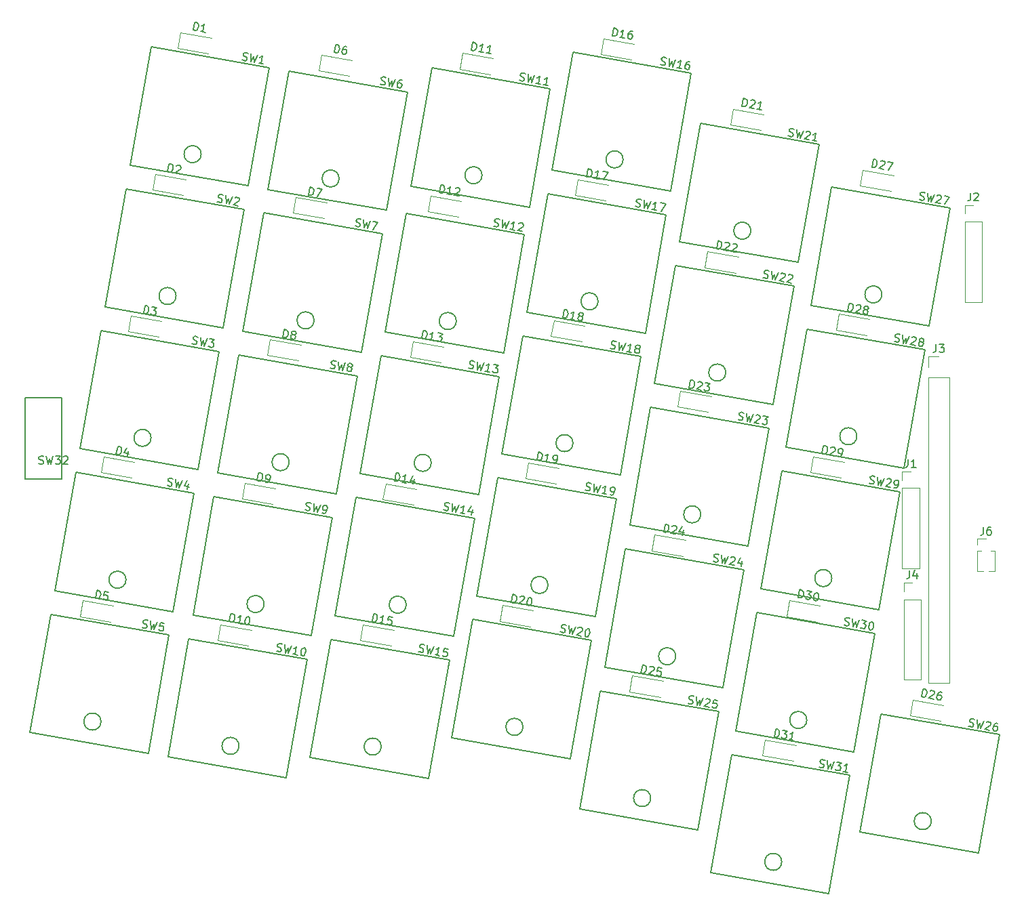
<source format=gbr>
G04 #@! TF.GenerationSoftware,KiCad,Pcbnew,(5.0.1-3-g963ef8bb5)*
G04 #@! TF.CreationDate,2019-09-06T12:34:14-07:00*
G04 #@! TF.ProjectId,atreus-ipad-11,6174726575732D697061642D31312E6B,rev?*
G04 #@! TF.SameCoordinates,Original*
G04 #@! TF.FileFunction,Legend,Top*
G04 #@! TF.FilePolarity,Positive*
%FSLAX46Y46*%
G04 Gerber Fmt 4.6, Leading zero omitted, Abs format (unit mm)*
G04 Created by KiCad (PCBNEW (5.0.1-3-g963ef8bb5)) date Friday, September 06, 2019 at 12:34:14 PM*
%MOMM*%
%LPD*%
G01*
G04 APERTURE LIST*
%ADD10C,0.150000*%
%ADD11C,0.120000*%
G04 APERTURE END LIST*
D10*
G04 #@! TO.C,SW26*
X120796496Y-115805477D02*
X135568611Y-118410198D01*
X135568611Y-118410198D02*
X132963890Y-133182313D01*
X132963890Y-133182313D02*
X118191775Y-130577592D01*
X118191775Y-130577592D02*
X120796496Y-115805477D01*
X127060456Y-129212290D02*
G75*
G03X127060456Y-129212290I-1063015J0D01*
G01*
G04 #@! TO.C,SW6*
X46868614Y-35497985D02*
X61640729Y-38102706D01*
X61640729Y-38102706D02*
X59036008Y-52874821D01*
X59036008Y-52874821D02*
X44263893Y-50270100D01*
X44263893Y-50270100D02*
X46868614Y-35497985D01*
X53132574Y-48904798D02*
G75*
G03X53132574Y-48904798I-1063015J0D01*
G01*
G04 #@! TO.C,SW1*
X29634480Y-32459142D02*
X44406595Y-35063863D01*
X44406595Y-35063863D02*
X41801874Y-49835978D01*
X41801874Y-49835978D02*
X27029759Y-47231257D01*
X27029759Y-47231257D02*
X29634480Y-32459142D01*
X35898440Y-45865955D02*
G75*
G03X35898440Y-45865955I-1063015J0D01*
G01*
G04 #@! TO.C,SW2*
X26508812Y-50185680D02*
X41280927Y-52790401D01*
X41280927Y-52790401D02*
X38676206Y-67562516D01*
X38676206Y-67562516D02*
X23904091Y-64957795D01*
X23904091Y-64957795D02*
X26508812Y-50185680D01*
X32772772Y-63592493D02*
G75*
G03X32772772Y-63592493I-1063015J0D01*
G01*
G04 #@! TO.C,SW3*
X23383144Y-67912221D02*
X38155259Y-70516942D01*
X38155259Y-70516942D02*
X35550538Y-85289057D01*
X35550538Y-85289057D02*
X20778423Y-82684336D01*
X20778423Y-82684336D02*
X23383144Y-67912221D01*
X29647104Y-81319034D02*
G75*
G03X29647104Y-81319034I-1063015J0D01*
G01*
G04 #@! TO.C,SW4*
X20257478Y-85638760D02*
X35029593Y-88243481D01*
X35029593Y-88243481D02*
X32424872Y-103015596D01*
X32424872Y-103015596D02*
X17652757Y-100410875D01*
X17652757Y-100410875D02*
X20257478Y-85638760D01*
X26521438Y-99045573D02*
G75*
G03X26521438Y-99045573I-1063015J0D01*
G01*
G04 #@! TO.C,SW5*
X17131811Y-103365299D02*
X31903926Y-105970020D01*
X31903926Y-105970020D02*
X29299205Y-120742135D01*
X29299205Y-120742135D02*
X14527090Y-118137414D01*
X14527090Y-118137414D02*
X17131811Y-103365299D01*
X23395771Y-116772112D02*
G75*
G03X23395771Y-116772112I-1063015J0D01*
G01*
G04 #@! TO.C,SW7*
X43742948Y-53224524D02*
X58515063Y-55829245D01*
X58515063Y-55829245D02*
X55910342Y-70601360D01*
X55910342Y-70601360D02*
X41138227Y-67996639D01*
X41138227Y-67996639D02*
X43742948Y-53224524D01*
X50006908Y-66631337D02*
G75*
G03X50006908Y-66631337I-1063015J0D01*
G01*
G04 #@! TO.C,SW8*
X40617281Y-70951063D02*
X55389396Y-73555784D01*
X55389396Y-73555784D02*
X52784675Y-88327899D01*
X52784675Y-88327899D02*
X38012560Y-85723178D01*
X38012560Y-85723178D02*
X40617281Y-70951063D01*
X46881241Y-84357876D02*
G75*
G03X46881241Y-84357876I-1063015J0D01*
G01*
G04 #@! TO.C,SW9*
X37491614Y-88677603D02*
X52263729Y-91282324D01*
X52263729Y-91282324D02*
X49659008Y-106054439D01*
X49659008Y-106054439D02*
X34886893Y-103449718D01*
X34886893Y-103449718D02*
X37491614Y-88677603D01*
X43755574Y-102084416D02*
G75*
G03X43755574Y-102084416I-1063015J0D01*
G01*
G04 #@! TO.C,SW10*
X34365947Y-106404142D02*
X49138062Y-109008863D01*
X49138062Y-109008863D02*
X46533341Y-123780978D01*
X46533341Y-123780978D02*
X31761226Y-121176257D01*
X31761226Y-121176257D02*
X34365947Y-106404142D01*
X40629907Y-119810955D02*
G75*
G03X40629907Y-119810955I-1063015J0D01*
G01*
G04 #@! TO.C,SW11*
X64710520Y-35090000D02*
X79482635Y-37694721D01*
X79482635Y-37694721D02*
X76877914Y-52466836D01*
X76877914Y-52466836D02*
X62105799Y-49862115D01*
X62105799Y-49862115D02*
X64710520Y-35090000D01*
X70974480Y-48496813D02*
G75*
G03X70974480Y-48496813I-1063015J0D01*
G01*
G04 #@! TO.C,SW12*
X61498027Y-53308943D02*
X76270142Y-55913664D01*
X76270142Y-55913664D02*
X73665421Y-70685779D01*
X73665421Y-70685779D02*
X58893306Y-68081058D01*
X58893306Y-68081058D02*
X61498027Y-53308943D01*
X67761987Y-66715756D02*
G75*
G03X67761987Y-66715756I-1063015J0D01*
G01*
G04 #@! TO.C,SW13*
X58372361Y-71035484D02*
X73144476Y-73640205D01*
X73144476Y-73640205D02*
X70539755Y-88412320D01*
X70539755Y-88412320D02*
X55767640Y-85807599D01*
X55767640Y-85807599D02*
X58372361Y-71035484D01*
X64636321Y-84442297D02*
G75*
G03X64636321Y-84442297I-1063015J0D01*
G01*
G04 #@! TO.C,SW14*
X55246694Y-88762023D02*
X70018809Y-91366744D01*
X70018809Y-91366744D02*
X67414088Y-106138859D01*
X67414088Y-106138859D02*
X52641973Y-103534138D01*
X52641973Y-103534138D02*
X55246694Y-88762023D01*
X61510654Y-102168836D02*
G75*
G03X61510654Y-102168836I-1063015J0D01*
G01*
G04 #@! TO.C,SW15*
X52121027Y-106488562D02*
X66893142Y-109093283D01*
X66893142Y-109093283D02*
X64288421Y-123865398D01*
X64288421Y-123865398D02*
X49516306Y-121260677D01*
X49516306Y-121260677D02*
X52121027Y-106488562D01*
X58384987Y-119895375D02*
G75*
G03X58384987Y-119895375I-1063015J0D01*
G01*
G04 #@! TO.C,SW16*
X82320491Y-33117980D02*
X97092606Y-35722701D01*
X97092606Y-35722701D02*
X94487885Y-50494816D01*
X94487885Y-50494816D02*
X79715770Y-47890095D01*
X79715770Y-47890095D02*
X82320491Y-33117980D01*
X88584451Y-46524793D02*
G75*
G03X88584451Y-46524793I-1063015J0D01*
G01*
G04 #@! TO.C,SW17*
X79194825Y-50844520D02*
X93966940Y-53449241D01*
X93966940Y-53449241D02*
X91362219Y-68221356D01*
X91362219Y-68221356D02*
X76590104Y-65616635D01*
X76590104Y-65616635D02*
X79194825Y-50844520D01*
X85458785Y-64251333D02*
G75*
G03X85458785Y-64251333I-1063015J0D01*
G01*
G04 #@! TO.C,SW18*
X76069158Y-68571059D02*
X90841273Y-71175780D01*
X90841273Y-71175780D02*
X88236552Y-85947895D01*
X88236552Y-85947895D02*
X73464437Y-83343174D01*
X73464437Y-83343174D02*
X76069158Y-68571059D01*
X82333118Y-81977872D02*
G75*
G03X82333118Y-81977872I-1063015J0D01*
G01*
G04 #@! TO.C,SW19*
X72943491Y-86297600D02*
X87715606Y-88902321D01*
X87715606Y-88902321D02*
X85110885Y-103674436D01*
X85110885Y-103674436D02*
X70338770Y-101069715D01*
X70338770Y-101069715D02*
X72943491Y-86297600D01*
X79207451Y-99704413D02*
G75*
G03X79207451Y-99704413I-1063015J0D01*
G01*
G04 #@! TO.C,SW20*
X69817824Y-104024138D02*
X84589939Y-106628859D01*
X84589939Y-106628859D02*
X81985218Y-121400974D01*
X81985218Y-121400974D02*
X67213103Y-118796253D01*
X67213103Y-118796253D02*
X69817824Y-104024138D01*
X76081784Y-117430951D02*
G75*
G03X76081784Y-117430951I-1063015J0D01*
G01*
G04 #@! TO.C,SW21*
X98266537Y-42022258D02*
X113038652Y-44626979D01*
X113038652Y-44626979D02*
X110433931Y-59399094D01*
X110433931Y-59399094D02*
X95661816Y-56794373D01*
X95661816Y-56794373D02*
X98266537Y-42022258D01*
X104530497Y-55429071D02*
G75*
G03X104530497Y-55429071I-1063015J0D01*
G01*
G04 #@! TO.C,SW22*
X95140870Y-59748797D02*
X109912985Y-62353518D01*
X109912985Y-62353518D02*
X107308264Y-77125633D01*
X107308264Y-77125633D02*
X92536149Y-74520912D01*
X92536149Y-74520912D02*
X95140870Y-59748797D01*
X101404830Y-73155610D02*
G75*
G03X101404830Y-73155610I-1063015J0D01*
G01*
G04 #@! TO.C,SW23*
X92015203Y-77475337D02*
X106787318Y-80080058D01*
X106787318Y-80080058D02*
X104182597Y-94852173D01*
X104182597Y-94852173D02*
X89410482Y-92247452D01*
X89410482Y-92247452D02*
X92015203Y-77475337D01*
X98279163Y-90882150D02*
G75*
G03X98279163Y-90882150I-1063015J0D01*
G01*
G04 #@! TO.C,SW24*
X88889534Y-95201876D02*
X103661649Y-97806597D01*
X103661649Y-97806597D02*
X101056928Y-112578712D01*
X101056928Y-112578712D02*
X86284813Y-109973991D01*
X86284813Y-109973991D02*
X88889534Y-95201876D01*
X95153494Y-108608689D02*
G75*
G03X95153494Y-108608689I-1063015J0D01*
G01*
G04 #@! TO.C,SW25*
X85763867Y-112928416D02*
X100535982Y-115533137D01*
X100535982Y-115533137D02*
X97931261Y-130305252D01*
X97931261Y-130305252D02*
X83159146Y-127700531D01*
X83159146Y-127700531D02*
X85763867Y-112928416D01*
X92027827Y-126335229D02*
G75*
G03X92027827Y-126335229I-1063015J0D01*
G01*
G04 #@! TO.C,SW27*
X114632432Y-49985140D02*
X129404547Y-52589861D01*
X129404547Y-52589861D02*
X126799826Y-67361976D01*
X126799826Y-67361976D02*
X112027711Y-64757255D01*
X112027711Y-64757255D02*
X114632432Y-49985140D01*
X120896392Y-63391953D02*
G75*
G03X120896392Y-63391953I-1063015J0D01*
G01*
G04 #@! TO.C,SW28*
X111506765Y-67711679D02*
X126278880Y-70316400D01*
X126278880Y-70316400D02*
X123674159Y-85088515D01*
X123674159Y-85088515D02*
X108902044Y-82483794D01*
X108902044Y-82483794D02*
X111506765Y-67711679D01*
X117770725Y-81118492D02*
G75*
G03X117770725Y-81118492I-1063015J0D01*
G01*
G04 #@! TO.C,SW29*
X108381096Y-85438219D02*
X123153211Y-88042940D01*
X123153211Y-88042940D02*
X120548490Y-102815055D01*
X120548490Y-102815055D02*
X105776375Y-100210334D01*
X105776375Y-100210334D02*
X108381096Y-85438219D01*
X114645056Y-98845032D02*
G75*
G03X114645056Y-98845032I-1063015J0D01*
G01*
G04 #@! TO.C,SW30*
X105255429Y-103164758D02*
X120027544Y-105769479D01*
X120027544Y-105769479D02*
X117422823Y-120541594D01*
X117422823Y-120541594D02*
X102650708Y-117936873D01*
X102650708Y-117936873D02*
X105255429Y-103164758D01*
X111519389Y-116571571D02*
G75*
G03X111519389Y-116571571I-1063015J0D01*
G01*
G04 #@! TO.C,SW31*
X102129763Y-120891299D02*
X116901878Y-123496020D01*
X116901878Y-123496020D02*
X114297157Y-138268135D01*
X114297157Y-138268135D02*
X99525042Y-135663414D01*
X99525042Y-135663414D02*
X102129763Y-120891299D01*
X108393723Y-134298112D02*
G75*
G03X108393723Y-134298112I-1063015J0D01*
G01*
D11*
G04 #@! TO.C,J2*
X131240000Y-64360000D02*
X133360000Y-64360000D01*
X131240000Y-54300000D02*
X131240000Y-64360000D01*
X133360000Y-54300000D02*
X133360000Y-64360000D01*
X131240000Y-54300000D02*
X133360000Y-54300000D01*
X131240000Y-53300000D02*
X131240000Y-52240000D01*
X131240000Y-52240000D02*
X132300000Y-52240000D01*
G04 #@! TO.C,D1*
X33328789Y-30635590D02*
X37169539Y-31312818D01*
X32981492Y-32605205D02*
X36822243Y-33282433D01*
X33328789Y-30635590D02*
X32981492Y-32605205D01*
G04 #@! TO.C,D2*
X30153722Y-48322110D02*
X33994472Y-48999338D01*
X29806425Y-50291725D02*
X33647176Y-50968953D01*
X30153722Y-48322110D02*
X29806425Y-50291725D01*
G04 #@! TO.C,D3*
X27128788Y-66035591D02*
X26781491Y-68005206D01*
X26781491Y-68005206D02*
X30622242Y-68682434D01*
X27128788Y-66035591D02*
X30969538Y-66712819D01*
G04 #@! TO.C,D4*
X23728789Y-83635591D02*
X23381492Y-85605206D01*
X23381492Y-85605206D02*
X27222243Y-86282434D01*
X23728789Y-83635591D02*
X27569539Y-84312819D01*
G04 #@! TO.C,D5*
X21128789Y-101635591D02*
X20781492Y-103605206D01*
X20781492Y-103605206D02*
X24622243Y-104282434D01*
X21128789Y-101635591D02*
X24969539Y-102312819D01*
G04 #@! TO.C,D6*
X50928789Y-33435591D02*
X54769539Y-34112819D01*
X50581492Y-35405206D02*
X54422243Y-36082434D01*
X50928789Y-33435591D02*
X50581492Y-35405206D01*
G04 #@! TO.C,D7*
X47728789Y-51235591D02*
X51569539Y-51912819D01*
X47381492Y-53205206D02*
X51222243Y-53882434D01*
X47728789Y-51235591D02*
X47381492Y-53205206D01*
G04 #@! TO.C,D8*
X44528789Y-69035591D02*
X44181492Y-71005206D01*
X44181492Y-71005206D02*
X48022243Y-71682434D01*
X44528789Y-69035591D02*
X48369539Y-69712819D01*
G04 #@! TO.C,D9*
X41328789Y-86942758D02*
X40981492Y-88912373D01*
X40981492Y-88912373D02*
X44822243Y-89589601D01*
X41328789Y-86942758D02*
X45169539Y-87619986D01*
G04 #@! TO.C,D10*
X38328789Y-104635591D02*
X37981492Y-106605206D01*
X37981492Y-106605206D02*
X41822243Y-107282434D01*
X38328789Y-104635591D02*
X42169539Y-105312819D01*
G04 #@! TO.C,D11*
X68528789Y-33235591D02*
X72369539Y-33912819D01*
X68181492Y-35205206D02*
X72022243Y-35882434D01*
X68528789Y-33235591D02*
X68181492Y-35205206D01*
G04 #@! TO.C,D12*
X64528789Y-51035591D02*
X68369539Y-51712819D01*
X64181492Y-53005206D02*
X68022243Y-53682434D01*
X64528789Y-51035591D02*
X64181492Y-53005206D01*
G04 #@! TO.C,D13*
X62328788Y-69235591D02*
X66169538Y-69912819D01*
X61981491Y-71205206D02*
X65822242Y-71882434D01*
X62328788Y-69235591D02*
X61981491Y-71205206D01*
G04 #@! TO.C,D14*
X58928789Y-87035592D02*
X58581492Y-89005207D01*
X58581492Y-89005207D02*
X62422243Y-89682435D01*
X58928789Y-87035592D02*
X62769539Y-87712820D01*
G04 #@! TO.C,D15*
X56128789Y-104635591D02*
X55781492Y-106605206D01*
X55781492Y-106605206D02*
X59622243Y-107282434D01*
X56128789Y-104635591D02*
X59969539Y-105312819D01*
G04 #@! TO.C,D16*
X86128789Y-31435591D02*
X89969539Y-32112819D01*
X85781492Y-33405206D02*
X89622243Y-34082434D01*
X86128789Y-31435591D02*
X85781492Y-33405206D01*
G04 #@! TO.C,D17*
X82928789Y-49035591D02*
X86769539Y-49712819D01*
X82581492Y-51005206D02*
X86422243Y-51682434D01*
X82928789Y-49035591D02*
X82581492Y-51005206D01*
G04 #@! TO.C,D18*
X79928789Y-66635591D02*
X83769539Y-67312819D01*
X79581492Y-68605206D02*
X83422243Y-69282434D01*
X79928789Y-66635591D02*
X79581492Y-68605206D01*
G04 #@! TO.C,D19*
X76728788Y-84435591D02*
X76381491Y-86405206D01*
X76381491Y-86405206D02*
X80222242Y-87082434D01*
X76728788Y-84435591D02*
X80569538Y-85112819D01*
G04 #@! TO.C,D20*
X73528789Y-102235591D02*
X73181492Y-104205206D01*
X73181492Y-104205206D02*
X77022243Y-104882434D01*
X73528789Y-102235591D02*
X77369539Y-102912819D01*
G04 #@! TO.C,D21*
X102328788Y-40235591D02*
X106169538Y-40912819D01*
X101981491Y-42205206D02*
X105822242Y-42882434D01*
X102328788Y-40235591D02*
X101981491Y-42205206D01*
G04 #@! TO.C,D22*
X99128789Y-58035591D02*
X102969539Y-58712819D01*
X98781492Y-60005206D02*
X102622243Y-60682434D01*
X99128789Y-58035591D02*
X98781492Y-60005206D01*
G04 #@! TO.C,D23*
X95728789Y-75435591D02*
X95381492Y-77405206D01*
X95381492Y-77405206D02*
X99222243Y-78082434D01*
X95728789Y-75435591D02*
X99569539Y-76112819D01*
G04 #@! TO.C,D24*
X92528788Y-93435591D02*
X92181491Y-95405206D01*
X92181491Y-95405206D02*
X96022242Y-96082434D01*
X92528788Y-93435591D02*
X96369538Y-94112819D01*
G04 #@! TO.C,D25*
X89728789Y-111035591D02*
X89381492Y-113005206D01*
X89381492Y-113005206D02*
X93222243Y-113682434D01*
X89728789Y-111035591D02*
X93569539Y-111712819D01*
G04 #@! TO.C,D26*
X124728788Y-114035591D02*
X124381491Y-116005206D01*
X124381491Y-116005206D02*
X128222242Y-116682434D01*
X124728788Y-114035591D02*
X128569538Y-114712819D01*
G04 #@! TO.C,D27*
X118528789Y-47835591D02*
X122369539Y-48512819D01*
X118181492Y-49805206D02*
X122022243Y-50482434D01*
X118528789Y-47835591D02*
X118181492Y-49805206D01*
G04 #@! TO.C,D28*
X115528789Y-65835591D02*
X119369539Y-66512819D01*
X115181492Y-67805206D02*
X119022243Y-68482434D01*
X115528789Y-65835591D02*
X115181492Y-67805206D01*
G04 #@! TO.C,D29*
X112328789Y-83635592D02*
X116169539Y-84312820D01*
X111981492Y-85605207D02*
X115822243Y-86282435D01*
X112328789Y-83635592D02*
X111981492Y-85605207D01*
G04 #@! TO.C,D30*
X109328789Y-101635591D02*
X108981492Y-103605206D01*
X108981492Y-103605206D02*
X112822243Y-104282434D01*
X109328789Y-101635591D02*
X113169539Y-102312819D01*
G04 #@! TO.C,D31*
X106328789Y-119035591D02*
X105981492Y-121005206D01*
X105981492Y-121005206D02*
X109822243Y-121682434D01*
X106328789Y-119035591D02*
X110169539Y-119712819D01*
G04 #@! TO.C,J3*
X126670000Y-111930000D02*
X129330000Y-111930000D01*
X126670000Y-73770000D02*
X126670000Y-111930000D01*
X129330000Y-73770000D02*
X129330000Y-111930000D01*
X126670000Y-73770000D02*
X129330000Y-73770000D01*
X126670000Y-72500000D02*
X126670000Y-71170000D01*
X126670000Y-71170000D02*
X128000000Y-71170000D01*
G04 #@! TO.C,J1*
X123440000Y-97660000D02*
X125560000Y-97660000D01*
X123440000Y-87600000D02*
X123440000Y-97660000D01*
X125560000Y-87600000D02*
X125560000Y-97660000D01*
X123440000Y-87600000D02*
X125560000Y-87600000D01*
X123440000Y-86600000D02*
X123440000Y-85540000D01*
X123440000Y-85540000D02*
X124500000Y-85540000D01*
G04 #@! TO.C,J4*
X123640000Y-99440000D02*
X124700000Y-99440000D01*
X123640000Y-100500000D02*
X123640000Y-99440000D01*
X123640000Y-101500000D02*
X125760000Y-101500000D01*
X125760000Y-101500000D02*
X125760000Y-111560000D01*
X123640000Y-101500000D02*
X123640000Y-111560000D01*
X123640000Y-111560000D02*
X125760000Y-111560000D01*
G04 #@! TO.C,J6*
X132790000Y-97935000D02*
X133592470Y-97935000D01*
X134207530Y-97935000D02*
X135010000Y-97935000D01*
X132790000Y-95460000D02*
X132790000Y-97935000D01*
X135010000Y-95460000D02*
X135010000Y-97935000D01*
X132790000Y-95460000D02*
X133336529Y-95460000D01*
X134463471Y-95460000D02*
X135010000Y-95460000D01*
X132790000Y-94700000D02*
X132790000Y-93940000D01*
X132790000Y-93940000D02*
X133900000Y-93940000D01*
D10*
G04 #@! TO.C,SW32*
X18486000Y-77290000D02*
X18486000Y-85164000D01*
X18486000Y-86434000D02*
X13914000Y-86434000D01*
X13914000Y-86434000D02*
X13914000Y-76274000D01*
X13914000Y-76274000D02*
X18486000Y-76274000D01*
X18486000Y-76274000D02*
X18486000Y-77290000D01*
X18486000Y-77290000D02*
X18486000Y-86434000D01*
G04 #@! TO.C,SW26*
X131737874Y-117333400D02*
X131870292Y-117405102D01*
X132104770Y-117446447D01*
X132206830Y-117416089D01*
X132261995Y-117377463D01*
X132325428Y-117291940D01*
X132341966Y-117198149D01*
X132311609Y-117096089D01*
X132272982Y-117040924D01*
X132187460Y-116977491D01*
X132008146Y-116897519D01*
X131922624Y-116834086D01*
X131883997Y-116778921D01*
X131853640Y-116676861D01*
X131870178Y-116583070D01*
X131933611Y-116497548D01*
X131988776Y-116458921D01*
X132090836Y-116428563D01*
X132325314Y-116469908D01*
X132457732Y-116541611D01*
X132794270Y-116552598D02*
X132855100Y-117578750D01*
X133166717Y-116908392D01*
X133230265Y-117644902D01*
X133638391Y-116701439D01*
X133950122Y-116853113D02*
X134005287Y-116814486D01*
X134107347Y-116784129D01*
X134341825Y-116825473D01*
X134427347Y-116888907D01*
X134465974Y-116944072D01*
X134496332Y-117046132D01*
X134479794Y-117139923D01*
X134408091Y-117272341D01*
X133746116Y-117735861D01*
X134355759Y-117843357D01*
X135373528Y-117007391D02*
X135185946Y-116974315D01*
X135083886Y-117004672D01*
X135028721Y-117043299D01*
X134910123Y-117167448D01*
X134830152Y-117346761D01*
X134764000Y-117721926D01*
X134794358Y-117823986D01*
X134832984Y-117879151D01*
X134918507Y-117942585D01*
X135106089Y-117975660D01*
X135208149Y-117945303D01*
X135263314Y-117906676D01*
X135326747Y-117821154D01*
X135368092Y-117586676D01*
X135337734Y-117484616D01*
X135299108Y-117429451D01*
X135213586Y-117366018D01*
X135026003Y-117332942D01*
X134923943Y-117363299D01*
X134868778Y-117401926D01*
X134805345Y-117487448D01*
G04 #@! TO.C,SW6*
X58278948Y-37108597D02*
X58411366Y-37180300D01*
X58645844Y-37221645D01*
X58747904Y-37191287D01*
X58803069Y-37152660D01*
X58866502Y-37067138D01*
X58883040Y-36973347D01*
X58852683Y-36871287D01*
X58814056Y-36816122D01*
X58728534Y-36752688D01*
X58549220Y-36672717D01*
X58463698Y-36609283D01*
X58425071Y-36554119D01*
X58394714Y-36452059D01*
X58411252Y-36358268D01*
X58474685Y-36272745D01*
X58529850Y-36234119D01*
X58631910Y-36203761D01*
X58866388Y-36245106D01*
X58998806Y-36316808D01*
X59335344Y-36327795D02*
X59396174Y-37353948D01*
X59707791Y-36683590D01*
X59771339Y-37420100D01*
X60179465Y-36476637D01*
X60976690Y-36617209D02*
X60789108Y-36584133D01*
X60687048Y-36614491D01*
X60631883Y-36653117D01*
X60513285Y-36777266D01*
X60433314Y-36956580D01*
X60367162Y-37331745D01*
X60397520Y-37433805D01*
X60436146Y-37488969D01*
X60521669Y-37552403D01*
X60709251Y-37585479D01*
X60811311Y-37555121D01*
X60866476Y-37516494D01*
X60929909Y-37430972D01*
X60971254Y-37196494D01*
X60940896Y-37094434D01*
X60902270Y-37039269D01*
X60816747Y-36975836D01*
X60629165Y-36942760D01*
X60527105Y-36973118D01*
X60471940Y-37011744D01*
X60408507Y-37097267D01*
G04 #@! TO.C,SW1*
X41044814Y-34069754D02*
X41177232Y-34141457D01*
X41411710Y-34182802D01*
X41513770Y-34152444D01*
X41568935Y-34113817D01*
X41632368Y-34028295D01*
X41648906Y-33934504D01*
X41618549Y-33832444D01*
X41579922Y-33777279D01*
X41494400Y-33713845D01*
X41315086Y-33633874D01*
X41229564Y-33570440D01*
X41190937Y-33515276D01*
X41160580Y-33413216D01*
X41177118Y-33319425D01*
X41240551Y-33233902D01*
X41295716Y-33195276D01*
X41397776Y-33164918D01*
X41632254Y-33206263D01*
X41764672Y-33277965D01*
X42101210Y-33288952D02*
X42162040Y-34315105D01*
X42473657Y-33644747D01*
X42537205Y-34381257D01*
X42945331Y-33437794D01*
X43662699Y-34579712D02*
X43099952Y-34480484D01*
X43381326Y-34530098D02*
X43554974Y-33545290D01*
X43436376Y-33669439D01*
X43326047Y-33746692D01*
X43223987Y-33777050D01*
G04 #@! TO.C,SW2*
X37919146Y-51796292D02*
X38051564Y-51867995D01*
X38286042Y-51909340D01*
X38388102Y-51878982D01*
X38443267Y-51840355D01*
X38506700Y-51754833D01*
X38523238Y-51661042D01*
X38492881Y-51558982D01*
X38454254Y-51503817D01*
X38368732Y-51440383D01*
X38189418Y-51360412D01*
X38103896Y-51296978D01*
X38065269Y-51241814D01*
X38034912Y-51139754D01*
X38051450Y-51045963D01*
X38114883Y-50960440D01*
X38170048Y-50921814D01*
X38272108Y-50891456D01*
X38506586Y-50932801D01*
X38639004Y-51004503D01*
X38975542Y-51015490D02*
X39036372Y-52041643D01*
X39347989Y-51371285D01*
X39411537Y-52107795D01*
X39819663Y-51164332D01*
X40131394Y-51316006D02*
X40186559Y-51277379D01*
X40288619Y-51247021D01*
X40523097Y-51288366D01*
X40608619Y-51351800D01*
X40647246Y-51406964D01*
X40677604Y-51509024D01*
X40661066Y-51602816D01*
X40589363Y-51735233D01*
X39927388Y-52198753D01*
X40537031Y-52306250D01*
G04 #@! TO.C,SW3*
X34793478Y-69522833D02*
X34925896Y-69594536D01*
X35160374Y-69635881D01*
X35262434Y-69605523D01*
X35317599Y-69566896D01*
X35381032Y-69481374D01*
X35397570Y-69387583D01*
X35367213Y-69285523D01*
X35328586Y-69230358D01*
X35243064Y-69166924D01*
X35063750Y-69086953D01*
X34978228Y-69023519D01*
X34939601Y-68968355D01*
X34909244Y-68866295D01*
X34925782Y-68772504D01*
X34989215Y-68686981D01*
X35044380Y-68648355D01*
X35146440Y-68617997D01*
X35380918Y-68659342D01*
X35513336Y-68731044D01*
X35849874Y-68742031D02*
X35910704Y-69768184D01*
X36222321Y-69097826D01*
X36285869Y-69834336D01*
X36693995Y-68890873D01*
X36975369Y-68940486D02*
X37585012Y-69047983D01*
X37190591Y-69365265D01*
X37331277Y-69390072D01*
X37416800Y-69453505D01*
X37455426Y-69508670D01*
X37485784Y-69610730D01*
X37444439Y-69845208D01*
X37381006Y-69930730D01*
X37325841Y-69969357D01*
X37223781Y-69999715D01*
X36942407Y-69950101D01*
X36856885Y-69886668D01*
X36818258Y-69831503D01*
G04 #@! TO.C,SW4*
X31667812Y-87249372D02*
X31800230Y-87321075D01*
X32034708Y-87362420D01*
X32136768Y-87332062D01*
X32191933Y-87293435D01*
X32255366Y-87207913D01*
X32271904Y-87114122D01*
X32241547Y-87012062D01*
X32202920Y-86956897D01*
X32117398Y-86893463D01*
X31938084Y-86813492D01*
X31852562Y-86750058D01*
X31813935Y-86694894D01*
X31783578Y-86592834D01*
X31800116Y-86499043D01*
X31863549Y-86413520D01*
X31918714Y-86374894D01*
X32020774Y-86344536D01*
X32255252Y-86385881D01*
X32387670Y-86457583D01*
X32724208Y-86468570D02*
X32785038Y-87494723D01*
X33096655Y-86824365D01*
X33160203Y-87560875D01*
X33568329Y-86617412D01*
X34307672Y-87086253D02*
X34191906Y-87742792D01*
X34139345Y-86669744D02*
X33780833Y-87331833D01*
X34390476Y-87439329D01*
G04 #@! TO.C,SW5*
X28542145Y-104975911D02*
X28674563Y-105047614D01*
X28909041Y-105088959D01*
X29011101Y-105058601D01*
X29066266Y-105019974D01*
X29129699Y-104934452D01*
X29146237Y-104840661D01*
X29115880Y-104738601D01*
X29077253Y-104683436D01*
X28991731Y-104620002D01*
X28812417Y-104540031D01*
X28726895Y-104476597D01*
X28688268Y-104421433D01*
X28657911Y-104319373D01*
X28674449Y-104225582D01*
X28737882Y-104140059D01*
X28793047Y-104101433D01*
X28895107Y-104071075D01*
X29129585Y-104112420D01*
X29262003Y-104184122D01*
X29598541Y-104195109D02*
X29659371Y-105221262D01*
X29970988Y-104550904D01*
X30034536Y-105287414D01*
X30442662Y-104343951D01*
X31286783Y-104492792D02*
X30817827Y-104410102D01*
X30688242Y-104870789D01*
X30743406Y-104832163D01*
X30845466Y-104801805D01*
X31079944Y-104843150D01*
X31165467Y-104906583D01*
X31204093Y-104961748D01*
X31234451Y-105063808D01*
X31193106Y-105298286D01*
X31129673Y-105383808D01*
X31074508Y-105422435D01*
X30972448Y-105452793D01*
X30737970Y-105411448D01*
X30652448Y-105348014D01*
X30613821Y-105292850D01*
G04 #@! TO.C,SW7*
X55153282Y-54835136D02*
X55285700Y-54906839D01*
X55520178Y-54948184D01*
X55622238Y-54917826D01*
X55677403Y-54879199D01*
X55740836Y-54793677D01*
X55757374Y-54699886D01*
X55727017Y-54597826D01*
X55688390Y-54542661D01*
X55602868Y-54479227D01*
X55423554Y-54399256D01*
X55338032Y-54335822D01*
X55299405Y-54280658D01*
X55269048Y-54178598D01*
X55285586Y-54084807D01*
X55349019Y-53999284D01*
X55404184Y-53960658D01*
X55506244Y-53930300D01*
X55740722Y-53971645D01*
X55873140Y-54043347D01*
X56209678Y-54054334D02*
X56270508Y-55080487D01*
X56582125Y-54410129D01*
X56645673Y-55146639D01*
X57053799Y-54203176D01*
X57335173Y-54252789D02*
X57991711Y-54368555D01*
X57396003Y-55278942D01*
G04 #@! TO.C,SW8*
X52027615Y-72561675D02*
X52160033Y-72633378D01*
X52394511Y-72674723D01*
X52496571Y-72644365D01*
X52551736Y-72605738D01*
X52615169Y-72520216D01*
X52631707Y-72426425D01*
X52601350Y-72324365D01*
X52562723Y-72269200D01*
X52477201Y-72205766D01*
X52297887Y-72125795D01*
X52212365Y-72062361D01*
X52173738Y-72007197D01*
X52143381Y-71905137D01*
X52159919Y-71811346D01*
X52223352Y-71725823D01*
X52278517Y-71687197D01*
X52380577Y-71656839D01*
X52615055Y-71698184D01*
X52747473Y-71769886D01*
X53084011Y-71780873D02*
X53144841Y-72807026D01*
X53456458Y-72136668D01*
X53520006Y-72873178D01*
X53928132Y-71929715D01*
X54369563Y-72442734D02*
X54284041Y-72379300D01*
X54245414Y-72324136D01*
X54215056Y-72222075D01*
X54223325Y-72175180D01*
X54286759Y-72089658D01*
X54341924Y-72051031D01*
X54443984Y-72020673D01*
X54631566Y-72053749D01*
X54717088Y-72117183D01*
X54755715Y-72172347D01*
X54786073Y-72274407D01*
X54777804Y-72321303D01*
X54714370Y-72406825D01*
X54659206Y-72445452D01*
X54557145Y-72475810D01*
X54369563Y-72442734D01*
X54267503Y-72473091D01*
X54212338Y-72511718D01*
X54148905Y-72597240D01*
X54115829Y-72784823D01*
X54146187Y-72886883D01*
X54184813Y-72942047D01*
X54270336Y-73005481D01*
X54457918Y-73038557D01*
X54559978Y-73008199D01*
X54615143Y-72969572D01*
X54678576Y-72884050D01*
X54711652Y-72696468D01*
X54681294Y-72594408D01*
X54642668Y-72539243D01*
X54557145Y-72475810D01*
G04 #@! TO.C,SW9*
X48901948Y-90288215D02*
X49034366Y-90359918D01*
X49268844Y-90401263D01*
X49370904Y-90370905D01*
X49426069Y-90332278D01*
X49489502Y-90246756D01*
X49506040Y-90152965D01*
X49475683Y-90050905D01*
X49437056Y-89995740D01*
X49351534Y-89932306D01*
X49172220Y-89852335D01*
X49086698Y-89788901D01*
X49048071Y-89733737D01*
X49017714Y-89631677D01*
X49034252Y-89537886D01*
X49097685Y-89452363D01*
X49152850Y-89413737D01*
X49254910Y-89383379D01*
X49489388Y-89424724D01*
X49621806Y-89496426D01*
X49958344Y-89507413D02*
X50019174Y-90533566D01*
X50330791Y-89863208D01*
X50394339Y-90599718D01*
X50802465Y-89656255D01*
X51050877Y-90715483D02*
X51238460Y-90748559D01*
X51340520Y-90718201D01*
X51395684Y-90679575D01*
X51514283Y-90555426D01*
X51594254Y-90376112D01*
X51660406Y-90000947D01*
X51630048Y-89898887D01*
X51591421Y-89843723D01*
X51505899Y-89780289D01*
X51318317Y-89747213D01*
X51216257Y-89777571D01*
X51161092Y-89816198D01*
X51097658Y-89901720D01*
X51056314Y-90136198D01*
X51086671Y-90238258D01*
X51125298Y-90293423D01*
X51210820Y-90356856D01*
X51398403Y-90389932D01*
X51500463Y-90359574D01*
X51555627Y-90320948D01*
X51619061Y-90235425D01*
G04 #@! TO.C,SW10*
X45307325Y-107932065D02*
X45439743Y-108003767D01*
X45674221Y-108045112D01*
X45776281Y-108014754D01*
X45831446Y-107976128D01*
X45894879Y-107890605D01*
X45911417Y-107796814D01*
X45881060Y-107694754D01*
X45842433Y-107639589D01*
X45756911Y-107576156D01*
X45577597Y-107496184D01*
X45492075Y-107432751D01*
X45453448Y-107377586D01*
X45423091Y-107275526D01*
X45439629Y-107181735D01*
X45503062Y-107096213D01*
X45558227Y-107057586D01*
X45660287Y-107027228D01*
X45894765Y-107068573D01*
X46027183Y-107140276D01*
X46363721Y-107151263D02*
X46424551Y-108177415D01*
X46736168Y-107507057D01*
X46799716Y-108243567D01*
X47207842Y-107300104D01*
X47925210Y-108442022D02*
X47362463Y-108342795D01*
X47643837Y-108392408D02*
X47817485Y-107407601D01*
X47698887Y-107531749D01*
X47588558Y-107609003D01*
X47486497Y-107639360D01*
X48708501Y-107564711D02*
X48802293Y-107581249D01*
X48887815Y-107644682D01*
X48926441Y-107699847D01*
X48956799Y-107801907D01*
X48970619Y-107997758D01*
X48929274Y-108232236D01*
X48849303Y-108411550D01*
X48785869Y-108497072D01*
X48730705Y-108535699D01*
X48628644Y-108566056D01*
X48534853Y-108549519D01*
X48449331Y-108486085D01*
X48410704Y-108430920D01*
X48380347Y-108328860D01*
X48366527Y-108133009D01*
X48407872Y-107898531D01*
X48487843Y-107719217D01*
X48551277Y-107633695D01*
X48606441Y-107595068D01*
X48708501Y-107564711D01*
G04 #@! TO.C,SW11*
X75651898Y-36617923D02*
X75784316Y-36689625D01*
X76018794Y-36730970D01*
X76120854Y-36700612D01*
X76176019Y-36661986D01*
X76239452Y-36576463D01*
X76255990Y-36482672D01*
X76225633Y-36380612D01*
X76187006Y-36325447D01*
X76101484Y-36262014D01*
X75922170Y-36182042D01*
X75836648Y-36118609D01*
X75798021Y-36063444D01*
X75767664Y-35961384D01*
X75784202Y-35867593D01*
X75847635Y-35782071D01*
X75902800Y-35743444D01*
X76004860Y-35713086D01*
X76239338Y-35754431D01*
X76371756Y-35826134D01*
X76708294Y-35837121D02*
X76769124Y-36863273D01*
X77080741Y-36192915D01*
X77144289Y-36929425D01*
X77552415Y-35985962D01*
X78269783Y-37127880D02*
X77707036Y-37028653D01*
X77988410Y-37078266D02*
X78162058Y-36093459D01*
X78043460Y-36217607D01*
X77933131Y-36294861D01*
X77831070Y-36325218D01*
X79207695Y-37293259D02*
X78644948Y-37194032D01*
X78926322Y-37243646D02*
X79099970Y-36258838D01*
X78981372Y-36382987D01*
X78871043Y-36460240D01*
X78768983Y-36490598D01*
G04 #@! TO.C,SW12*
X72439405Y-54836866D02*
X72571823Y-54908568D01*
X72806301Y-54949913D01*
X72908361Y-54919555D01*
X72963526Y-54880929D01*
X73026959Y-54795406D01*
X73043497Y-54701615D01*
X73013140Y-54599555D01*
X72974513Y-54544390D01*
X72888991Y-54480957D01*
X72709677Y-54400985D01*
X72624155Y-54337552D01*
X72585528Y-54282387D01*
X72555171Y-54180327D01*
X72571709Y-54086536D01*
X72635142Y-54001014D01*
X72690307Y-53962387D01*
X72792367Y-53932029D01*
X73026845Y-53973374D01*
X73159263Y-54045077D01*
X73495801Y-54056064D02*
X73556631Y-55082216D01*
X73868248Y-54411858D01*
X73931796Y-55148368D01*
X74339922Y-54204905D01*
X75057290Y-55346823D02*
X74494543Y-55247596D01*
X74775917Y-55297209D02*
X74949565Y-54312402D01*
X74830967Y-54436550D01*
X74720638Y-54513804D01*
X74618577Y-54544161D01*
X75589565Y-54521958D02*
X75644730Y-54483332D01*
X75746790Y-54452974D01*
X75981268Y-54494319D01*
X76066790Y-54557752D01*
X76105417Y-54612917D01*
X76135775Y-54714977D01*
X76119237Y-54808768D01*
X76047534Y-54941186D01*
X75385560Y-55404706D01*
X75995202Y-55512202D01*
G04 #@! TO.C,SW13*
X69313739Y-72563407D02*
X69446157Y-72635109D01*
X69680635Y-72676454D01*
X69782695Y-72646096D01*
X69837860Y-72607470D01*
X69901293Y-72521947D01*
X69917831Y-72428156D01*
X69887474Y-72326096D01*
X69848847Y-72270931D01*
X69763325Y-72207498D01*
X69584011Y-72127526D01*
X69498489Y-72064093D01*
X69459862Y-72008928D01*
X69429505Y-71906868D01*
X69446043Y-71813077D01*
X69509476Y-71727555D01*
X69564641Y-71688928D01*
X69666701Y-71658570D01*
X69901179Y-71699915D01*
X70033597Y-71771618D01*
X70370135Y-71782605D02*
X70430965Y-72808757D01*
X70742582Y-72138399D01*
X70806130Y-72874909D01*
X71214256Y-71931446D01*
X71931624Y-73073364D02*
X71368877Y-72974137D01*
X71650251Y-73023750D02*
X71823899Y-72038943D01*
X71705301Y-72163091D01*
X71594972Y-72240345D01*
X71492911Y-72270702D01*
X72433542Y-72146439D02*
X73043185Y-72253936D01*
X72648764Y-72571218D01*
X72789451Y-72596025D01*
X72874973Y-72659458D01*
X72913599Y-72714623D01*
X72943957Y-72816683D01*
X72902612Y-73051161D01*
X72839179Y-73136683D01*
X72784014Y-73175310D01*
X72681954Y-73205667D01*
X72400580Y-73156054D01*
X72315058Y-73092620D01*
X72276431Y-73037456D01*
G04 #@! TO.C,SW14*
X66188072Y-90289946D02*
X66320490Y-90361648D01*
X66554968Y-90402993D01*
X66657028Y-90372635D01*
X66712193Y-90334009D01*
X66775626Y-90248486D01*
X66792164Y-90154695D01*
X66761807Y-90052635D01*
X66723180Y-89997470D01*
X66637658Y-89934037D01*
X66458344Y-89854065D01*
X66372822Y-89790632D01*
X66334195Y-89735467D01*
X66303838Y-89633407D01*
X66320376Y-89539616D01*
X66383809Y-89454094D01*
X66438974Y-89415467D01*
X66541034Y-89385109D01*
X66775512Y-89426454D01*
X66907930Y-89498157D01*
X67244468Y-89509144D02*
X67305298Y-90535296D01*
X67616915Y-89864938D01*
X67680463Y-90601448D01*
X68088589Y-89657985D01*
X68805957Y-90799903D02*
X68243210Y-90700676D01*
X68524584Y-90750289D02*
X68698232Y-89765482D01*
X68579634Y-89889630D01*
X68469305Y-89966884D01*
X68367244Y-89997241D01*
X69765844Y-90292206D02*
X69650078Y-90948744D01*
X69597517Y-89875696D02*
X69239005Y-90537786D01*
X69848648Y-90645282D01*
G04 #@! TO.C,SW15*
X63062405Y-108016485D02*
X63194823Y-108088187D01*
X63429301Y-108129532D01*
X63531361Y-108099174D01*
X63586526Y-108060548D01*
X63649959Y-107975025D01*
X63666497Y-107881234D01*
X63636140Y-107779174D01*
X63597513Y-107724009D01*
X63511991Y-107660576D01*
X63332677Y-107580604D01*
X63247155Y-107517171D01*
X63208528Y-107462006D01*
X63178171Y-107359946D01*
X63194709Y-107266155D01*
X63258142Y-107180633D01*
X63313307Y-107142006D01*
X63415367Y-107111648D01*
X63649845Y-107152993D01*
X63782263Y-107224696D01*
X64118801Y-107235683D02*
X64179631Y-108261835D01*
X64491248Y-107591477D01*
X64554796Y-108327987D01*
X64962922Y-107384524D01*
X65680290Y-108526442D02*
X65117543Y-108427215D01*
X65398917Y-108476828D02*
X65572565Y-107492021D01*
X65453967Y-107616169D01*
X65343638Y-107693423D01*
X65241577Y-107723780D01*
X66744955Y-107698745D02*
X66275999Y-107616055D01*
X66146414Y-108076742D01*
X66201578Y-108038115D01*
X66303638Y-108007758D01*
X66538117Y-108049103D01*
X66623639Y-108112536D01*
X66662265Y-108167701D01*
X66692623Y-108269761D01*
X66651278Y-108504239D01*
X66587845Y-108589761D01*
X66532680Y-108628388D01*
X66430620Y-108658745D01*
X66196142Y-108617401D01*
X66110620Y-108553967D01*
X66071993Y-108498803D01*
G04 #@! TO.C,SW16*
X93261869Y-34645903D02*
X93394287Y-34717605D01*
X93628765Y-34758950D01*
X93730825Y-34728592D01*
X93785990Y-34689966D01*
X93849423Y-34604443D01*
X93865961Y-34510652D01*
X93835604Y-34408592D01*
X93796977Y-34353427D01*
X93711455Y-34289994D01*
X93532141Y-34210022D01*
X93446619Y-34146589D01*
X93407992Y-34091424D01*
X93377635Y-33989364D01*
X93394173Y-33895573D01*
X93457606Y-33810051D01*
X93512771Y-33771424D01*
X93614831Y-33741066D01*
X93849309Y-33782411D01*
X93981727Y-33854114D01*
X94318265Y-33865101D02*
X94379095Y-34891253D01*
X94690712Y-34220895D01*
X94754260Y-34957405D01*
X95162386Y-34013942D01*
X95879754Y-35155860D02*
X95317007Y-35056633D01*
X95598381Y-35106246D02*
X95772029Y-34121439D01*
X95653431Y-34245587D01*
X95543102Y-34322841D01*
X95441041Y-34353198D01*
X96897523Y-34319894D02*
X96709941Y-34286818D01*
X96607881Y-34317175D01*
X96552716Y-34355802D01*
X96434118Y-34479951D01*
X96354147Y-34659264D01*
X96287995Y-35034429D01*
X96318353Y-35136489D01*
X96356979Y-35191654D01*
X96442502Y-35255088D01*
X96630084Y-35288163D01*
X96732144Y-35257806D01*
X96787309Y-35219179D01*
X96850742Y-35133657D01*
X96892087Y-34899179D01*
X96861729Y-34797119D01*
X96823103Y-34741954D01*
X96737581Y-34678521D01*
X96549998Y-34645445D01*
X96447938Y-34675802D01*
X96392773Y-34714429D01*
X96329340Y-34799951D01*
G04 #@! TO.C,SW17*
X90136203Y-52372443D02*
X90268621Y-52444145D01*
X90503099Y-52485490D01*
X90605159Y-52455132D01*
X90660324Y-52416506D01*
X90723757Y-52330983D01*
X90740295Y-52237192D01*
X90709938Y-52135132D01*
X90671311Y-52079967D01*
X90585789Y-52016534D01*
X90406475Y-51936562D01*
X90320953Y-51873129D01*
X90282326Y-51817964D01*
X90251969Y-51715904D01*
X90268507Y-51622113D01*
X90331940Y-51536591D01*
X90387105Y-51497964D01*
X90489165Y-51467606D01*
X90723643Y-51508951D01*
X90856061Y-51580654D01*
X91192599Y-51591641D02*
X91253429Y-52617793D01*
X91565046Y-51947435D01*
X91628594Y-52683945D01*
X92036720Y-51740482D01*
X92754088Y-52882400D02*
X92191341Y-52783173D01*
X92472715Y-52832786D02*
X92646363Y-51847979D01*
X92527765Y-51972127D01*
X92417436Y-52049381D01*
X92315375Y-52079738D01*
X93256006Y-51955475D02*
X93912544Y-52071240D01*
X93316836Y-52981628D01*
G04 #@! TO.C,SW18*
X87010536Y-70098982D02*
X87142954Y-70170684D01*
X87377432Y-70212029D01*
X87479492Y-70181671D01*
X87534657Y-70143045D01*
X87598090Y-70057522D01*
X87614628Y-69963731D01*
X87584271Y-69861671D01*
X87545644Y-69806506D01*
X87460122Y-69743073D01*
X87280808Y-69663101D01*
X87195286Y-69599668D01*
X87156659Y-69544503D01*
X87126302Y-69442443D01*
X87142840Y-69348652D01*
X87206273Y-69263130D01*
X87261438Y-69224503D01*
X87363498Y-69194145D01*
X87597976Y-69235490D01*
X87730394Y-69307193D01*
X88066932Y-69318180D02*
X88127762Y-70344332D01*
X88439379Y-69673974D01*
X88502927Y-70410484D01*
X88911053Y-69467021D01*
X89628421Y-70608939D02*
X89065674Y-70509712D01*
X89347048Y-70559325D02*
X89520696Y-69574518D01*
X89402098Y-69698666D01*
X89291769Y-69775920D01*
X89189708Y-69806277D01*
X90290396Y-70145419D02*
X90204874Y-70081986D01*
X90166247Y-70026821D01*
X90135890Y-69924761D01*
X90144158Y-69877865D01*
X90207592Y-69792343D01*
X90262757Y-69753717D01*
X90364817Y-69723359D01*
X90552399Y-69756435D01*
X90637921Y-69819868D01*
X90676548Y-69875033D01*
X90706906Y-69977093D01*
X90698637Y-70023989D01*
X90635203Y-70109511D01*
X90580039Y-70148137D01*
X90477979Y-70178495D01*
X90290396Y-70145419D01*
X90188336Y-70175777D01*
X90133171Y-70214404D01*
X90069738Y-70299926D01*
X90036662Y-70487508D01*
X90067020Y-70589568D01*
X90105646Y-70644733D01*
X90191169Y-70708167D01*
X90378751Y-70741242D01*
X90480811Y-70710885D01*
X90535976Y-70672258D01*
X90599409Y-70586736D01*
X90632485Y-70399153D01*
X90602127Y-70297093D01*
X90563501Y-70241929D01*
X90477979Y-70178495D01*
G04 #@! TO.C,SW19*
X83884869Y-87825523D02*
X84017287Y-87897225D01*
X84251765Y-87938570D01*
X84353825Y-87908212D01*
X84408990Y-87869586D01*
X84472423Y-87784063D01*
X84488961Y-87690272D01*
X84458604Y-87588212D01*
X84419977Y-87533047D01*
X84334455Y-87469614D01*
X84155141Y-87389642D01*
X84069619Y-87326209D01*
X84030992Y-87271044D01*
X84000635Y-87168984D01*
X84017173Y-87075193D01*
X84080606Y-86989671D01*
X84135771Y-86951044D01*
X84237831Y-86920686D01*
X84472309Y-86962031D01*
X84604727Y-87033734D01*
X84941265Y-87044721D02*
X85002095Y-88070873D01*
X85313712Y-87400515D01*
X85377260Y-88137025D01*
X85785386Y-87193562D01*
X86502754Y-88335480D02*
X85940007Y-88236253D01*
X86221381Y-88285866D02*
X86395029Y-87301059D01*
X86276431Y-87425207D01*
X86166102Y-87502461D01*
X86064041Y-87532818D01*
X86971710Y-88418170D02*
X87159293Y-88451246D01*
X87261353Y-88420888D01*
X87316518Y-88382261D01*
X87435116Y-88258112D01*
X87515087Y-88078799D01*
X87581239Y-87703634D01*
X87550881Y-87601574D01*
X87512254Y-87546409D01*
X87426732Y-87482976D01*
X87239150Y-87449900D01*
X87137090Y-87480258D01*
X87081925Y-87518884D01*
X87018491Y-87604406D01*
X86977147Y-87838884D01*
X87007504Y-87940945D01*
X87046131Y-87996109D01*
X87131653Y-88059543D01*
X87319236Y-88092619D01*
X87421296Y-88062261D01*
X87476460Y-88023634D01*
X87539894Y-87938112D01*
G04 #@! TO.C,SW20*
X80759202Y-105552061D02*
X80891620Y-105623763D01*
X81126098Y-105665108D01*
X81228158Y-105634750D01*
X81283323Y-105596124D01*
X81346756Y-105510601D01*
X81363294Y-105416810D01*
X81332937Y-105314750D01*
X81294310Y-105259585D01*
X81208788Y-105196152D01*
X81029474Y-105116180D01*
X80943952Y-105052747D01*
X80905325Y-104997582D01*
X80874968Y-104895522D01*
X80891506Y-104801731D01*
X80954939Y-104716209D01*
X81010104Y-104677582D01*
X81112164Y-104647224D01*
X81346642Y-104688569D01*
X81479060Y-104760272D01*
X81815598Y-104771259D02*
X81876428Y-105797411D01*
X82188045Y-105127053D01*
X82251593Y-105863563D01*
X82659719Y-104920100D01*
X82971450Y-105071774D02*
X83026615Y-105033147D01*
X83128675Y-105002790D01*
X83363153Y-105044134D01*
X83448675Y-105107568D01*
X83487302Y-105162733D01*
X83517660Y-105264793D01*
X83501122Y-105358584D01*
X83429419Y-105491002D01*
X82767444Y-105954522D01*
X83377087Y-106062018D01*
X84160378Y-105184707D02*
X84254170Y-105201245D01*
X84339692Y-105264678D01*
X84378318Y-105319843D01*
X84408676Y-105421903D01*
X84422496Y-105617754D01*
X84381151Y-105852232D01*
X84301180Y-106031546D01*
X84237746Y-106117068D01*
X84182582Y-106155695D01*
X84080521Y-106186052D01*
X83986730Y-106169515D01*
X83901208Y-106106081D01*
X83862581Y-106050916D01*
X83832224Y-105948856D01*
X83818404Y-105753005D01*
X83859749Y-105518527D01*
X83939720Y-105339213D01*
X84003154Y-105253691D01*
X84058318Y-105215064D01*
X84160378Y-105184707D01*
G04 #@! TO.C,SW21*
X109207915Y-43550181D02*
X109340333Y-43621883D01*
X109574811Y-43663228D01*
X109676871Y-43632870D01*
X109732036Y-43594244D01*
X109795469Y-43508721D01*
X109812007Y-43414930D01*
X109781650Y-43312870D01*
X109743023Y-43257705D01*
X109657501Y-43194272D01*
X109478187Y-43114300D01*
X109392665Y-43050867D01*
X109354038Y-42995702D01*
X109323681Y-42893642D01*
X109340219Y-42799851D01*
X109403652Y-42714329D01*
X109458817Y-42675702D01*
X109560877Y-42645344D01*
X109795355Y-42686689D01*
X109927773Y-42758392D01*
X110264311Y-42769379D02*
X110325141Y-43795531D01*
X110636758Y-43125173D01*
X110700306Y-43861683D01*
X111108432Y-42918220D01*
X111420163Y-43069894D02*
X111475328Y-43031267D01*
X111577388Y-43000910D01*
X111811866Y-43042254D01*
X111897388Y-43105688D01*
X111936015Y-43160853D01*
X111966373Y-43262913D01*
X111949835Y-43356704D01*
X111878132Y-43489122D01*
X111216157Y-43952642D01*
X111825800Y-44060138D01*
X112763712Y-44225517D02*
X112200965Y-44126290D01*
X112482339Y-44175904D02*
X112655987Y-43191096D01*
X112537389Y-43315245D01*
X112427060Y-43392498D01*
X112325000Y-43422856D01*
G04 #@! TO.C,SW22*
X106082248Y-61276720D02*
X106214666Y-61348422D01*
X106449144Y-61389767D01*
X106551204Y-61359409D01*
X106606369Y-61320783D01*
X106669802Y-61235260D01*
X106686340Y-61141469D01*
X106655983Y-61039409D01*
X106617356Y-60984244D01*
X106531834Y-60920811D01*
X106352520Y-60840839D01*
X106266998Y-60777406D01*
X106228371Y-60722241D01*
X106198014Y-60620181D01*
X106214552Y-60526390D01*
X106277985Y-60440868D01*
X106333150Y-60402241D01*
X106435210Y-60371883D01*
X106669688Y-60413228D01*
X106802106Y-60484931D01*
X107138644Y-60495918D02*
X107199474Y-61522070D01*
X107511091Y-60851712D01*
X107574639Y-61588222D01*
X107982765Y-60644759D01*
X108294496Y-60796433D02*
X108349661Y-60757806D01*
X108451721Y-60727449D01*
X108686199Y-60768793D01*
X108771721Y-60832227D01*
X108810348Y-60887392D01*
X108840706Y-60989452D01*
X108824168Y-61083243D01*
X108752465Y-61215661D01*
X108090490Y-61679181D01*
X108700133Y-61786677D01*
X109232408Y-60961812D02*
X109287573Y-60923186D01*
X109389633Y-60892828D01*
X109624111Y-60934173D01*
X109709633Y-60997606D01*
X109748260Y-61052771D01*
X109778618Y-61154831D01*
X109762080Y-61248622D01*
X109690377Y-61381040D01*
X109028403Y-61844560D01*
X109638045Y-61952056D01*
G04 #@! TO.C,SW23*
X102956581Y-79003260D02*
X103088999Y-79074962D01*
X103323477Y-79116307D01*
X103425537Y-79085949D01*
X103480702Y-79047323D01*
X103544135Y-78961800D01*
X103560673Y-78868009D01*
X103530316Y-78765949D01*
X103491689Y-78710784D01*
X103406167Y-78647351D01*
X103226853Y-78567379D01*
X103141331Y-78503946D01*
X103102704Y-78448781D01*
X103072347Y-78346721D01*
X103088885Y-78252930D01*
X103152318Y-78167408D01*
X103207483Y-78128781D01*
X103309543Y-78098423D01*
X103544021Y-78139768D01*
X103676439Y-78211471D01*
X104012977Y-78222458D02*
X104073807Y-79248610D01*
X104385424Y-78578252D01*
X104448972Y-79314762D01*
X104857098Y-78371299D01*
X105168829Y-78522973D02*
X105223994Y-78484346D01*
X105326054Y-78453989D01*
X105560532Y-78495333D01*
X105646054Y-78558767D01*
X105684681Y-78613932D01*
X105715039Y-78715992D01*
X105698501Y-78809783D01*
X105626798Y-78942201D01*
X104964823Y-79405721D01*
X105574466Y-79513217D01*
X106076384Y-78586292D02*
X106686027Y-78693789D01*
X106291606Y-79011071D01*
X106432293Y-79035878D01*
X106517815Y-79099311D01*
X106556441Y-79154476D01*
X106586799Y-79256536D01*
X106545454Y-79491014D01*
X106482021Y-79576536D01*
X106426856Y-79615163D01*
X106324796Y-79645520D01*
X106043422Y-79595907D01*
X105957900Y-79532473D01*
X105919273Y-79477309D01*
G04 #@! TO.C,SW24*
X99830912Y-96729799D02*
X99963330Y-96801501D01*
X100197808Y-96842846D01*
X100299868Y-96812488D01*
X100355033Y-96773862D01*
X100418466Y-96688339D01*
X100435004Y-96594548D01*
X100404647Y-96492488D01*
X100366020Y-96437323D01*
X100280498Y-96373890D01*
X100101184Y-96293918D01*
X100015662Y-96230485D01*
X99977035Y-96175320D01*
X99946678Y-96073260D01*
X99963216Y-95979469D01*
X100026649Y-95893947D01*
X100081814Y-95855320D01*
X100183874Y-95824962D01*
X100418352Y-95866307D01*
X100550770Y-95938010D01*
X100887308Y-95948997D02*
X100948138Y-96975149D01*
X101259755Y-96304791D01*
X101323303Y-97041301D01*
X101731429Y-96097838D01*
X102043160Y-96249512D02*
X102098325Y-96210885D01*
X102200385Y-96180528D01*
X102434863Y-96221872D01*
X102520385Y-96285306D01*
X102559012Y-96340471D01*
X102589370Y-96442531D01*
X102572832Y-96536322D01*
X102501129Y-96668740D01*
X101839154Y-97132260D01*
X102448797Y-97239756D01*
X103408684Y-96732059D02*
X103292918Y-97388597D01*
X103240357Y-96315549D02*
X102881845Y-96977639D01*
X103491488Y-97085135D01*
G04 #@! TO.C,SW25*
X96705245Y-114456339D02*
X96837663Y-114528041D01*
X97072141Y-114569386D01*
X97174201Y-114539028D01*
X97229366Y-114500402D01*
X97292799Y-114414879D01*
X97309337Y-114321088D01*
X97278980Y-114219028D01*
X97240353Y-114163863D01*
X97154831Y-114100430D01*
X96975517Y-114020458D01*
X96889995Y-113957025D01*
X96851368Y-113901860D01*
X96821011Y-113799800D01*
X96837549Y-113706009D01*
X96900982Y-113620487D01*
X96956147Y-113581860D01*
X97058207Y-113551502D01*
X97292685Y-113592847D01*
X97425103Y-113664550D01*
X97761641Y-113675537D02*
X97822471Y-114701689D01*
X98134088Y-114031331D01*
X98197636Y-114767841D01*
X98605762Y-113824378D01*
X98917493Y-113976052D02*
X98972658Y-113937425D01*
X99074718Y-113907068D01*
X99309196Y-113948412D01*
X99394718Y-114011846D01*
X99433345Y-114067011D01*
X99463703Y-114169071D01*
X99447165Y-114262862D01*
X99375462Y-114395280D01*
X98713487Y-114858800D01*
X99323130Y-114966296D01*
X100387795Y-114138599D02*
X99918839Y-114055909D01*
X99789254Y-114516596D01*
X99844418Y-114477969D01*
X99946478Y-114447612D01*
X100180957Y-114488957D01*
X100266479Y-114552390D01*
X100305105Y-114607555D01*
X100335463Y-114709615D01*
X100294118Y-114944093D01*
X100230685Y-115029615D01*
X100175520Y-115068242D01*
X100073460Y-115098599D01*
X99838982Y-115057255D01*
X99753460Y-114993821D01*
X99714833Y-114938657D01*
G04 #@! TO.C,SW27*
X125573810Y-51513063D02*
X125706228Y-51584765D01*
X125940706Y-51626110D01*
X126042766Y-51595752D01*
X126097931Y-51557126D01*
X126161364Y-51471603D01*
X126177902Y-51377812D01*
X126147545Y-51275752D01*
X126108918Y-51220587D01*
X126023396Y-51157154D01*
X125844082Y-51077182D01*
X125758560Y-51013749D01*
X125719933Y-50958584D01*
X125689576Y-50856524D01*
X125706114Y-50762733D01*
X125769547Y-50677211D01*
X125824712Y-50638584D01*
X125926772Y-50608226D01*
X126161250Y-50649571D01*
X126293668Y-50721274D01*
X126630206Y-50732261D02*
X126691036Y-51758413D01*
X127002653Y-51088055D01*
X127066201Y-51824565D01*
X127474327Y-50881102D01*
X127786058Y-51032776D02*
X127841223Y-50994149D01*
X127943283Y-50963792D01*
X128177761Y-51005136D01*
X128263283Y-51068570D01*
X128301910Y-51123735D01*
X128332268Y-51225795D01*
X128315730Y-51319586D01*
X128244027Y-51452004D01*
X127582052Y-51915524D01*
X128191695Y-52023020D01*
X128693613Y-51096095D02*
X129350151Y-51211860D01*
X128754443Y-52122248D01*
G04 #@! TO.C,SW28*
X122448143Y-69239602D02*
X122580561Y-69311304D01*
X122815039Y-69352649D01*
X122917099Y-69322291D01*
X122972264Y-69283665D01*
X123035697Y-69198142D01*
X123052235Y-69104351D01*
X123021878Y-69002291D01*
X122983251Y-68947126D01*
X122897729Y-68883693D01*
X122718415Y-68803721D01*
X122632893Y-68740288D01*
X122594266Y-68685123D01*
X122563909Y-68583063D01*
X122580447Y-68489272D01*
X122643880Y-68403750D01*
X122699045Y-68365123D01*
X122801105Y-68334765D01*
X123035583Y-68376110D01*
X123168001Y-68447813D01*
X123504539Y-68458800D02*
X123565369Y-69484952D01*
X123876986Y-68814594D01*
X123940534Y-69551104D01*
X124348660Y-68607641D01*
X124660391Y-68759315D02*
X124715556Y-68720688D01*
X124817616Y-68690331D01*
X125052094Y-68731675D01*
X125137616Y-68795109D01*
X125176243Y-68850274D01*
X125206601Y-68952334D01*
X125190063Y-69046125D01*
X125118360Y-69178543D01*
X124456385Y-69642063D01*
X125066028Y-69749559D01*
X125728003Y-69286039D02*
X125642481Y-69222606D01*
X125603854Y-69167441D01*
X125573497Y-69065381D01*
X125581765Y-69018485D01*
X125645199Y-68932963D01*
X125700364Y-68894337D01*
X125802424Y-68863979D01*
X125990006Y-68897055D01*
X126075528Y-68960488D01*
X126114155Y-69015653D01*
X126144513Y-69117713D01*
X126136244Y-69164609D01*
X126072810Y-69250131D01*
X126017646Y-69288757D01*
X125915586Y-69319115D01*
X125728003Y-69286039D01*
X125625943Y-69316397D01*
X125570778Y-69355024D01*
X125507345Y-69440546D01*
X125474269Y-69628128D01*
X125504627Y-69730188D01*
X125543253Y-69785353D01*
X125628776Y-69848787D01*
X125816358Y-69881862D01*
X125918418Y-69851505D01*
X125973583Y-69812878D01*
X126037016Y-69727356D01*
X126070092Y-69539773D01*
X126039734Y-69437713D01*
X126001108Y-69382549D01*
X125915586Y-69319115D01*
G04 #@! TO.C,SW29*
X119322474Y-86966142D02*
X119454892Y-87037844D01*
X119689370Y-87079189D01*
X119791430Y-87048831D01*
X119846595Y-87010205D01*
X119910028Y-86924682D01*
X119926566Y-86830891D01*
X119896209Y-86728831D01*
X119857582Y-86673666D01*
X119772060Y-86610233D01*
X119592746Y-86530261D01*
X119507224Y-86466828D01*
X119468597Y-86411663D01*
X119438240Y-86309603D01*
X119454778Y-86215812D01*
X119518211Y-86130290D01*
X119573376Y-86091663D01*
X119675436Y-86061305D01*
X119909914Y-86102650D01*
X120042332Y-86174353D01*
X120378870Y-86185340D02*
X120439700Y-87211492D01*
X120751317Y-86541134D01*
X120814865Y-87277644D01*
X121222991Y-86334181D01*
X121534722Y-86485855D02*
X121589887Y-86447228D01*
X121691947Y-86416871D01*
X121926425Y-86458215D01*
X122011947Y-86521649D01*
X122050574Y-86576814D01*
X122080932Y-86678874D01*
X122064394Y-86772665D01*
X121992691Y-86905083D01*
X121330716Y-87368603D01*
X121940359Y-87476099D01*
X122409315Y-87558789D02*
X122596898Y-87591865D01*
X122698958Y-87561507D01*
X122754123Y-87522880D01*
X122872721Y-87398731D01*
X122952692Y-87219418D01*
X123018844Y-86844253D01*
X122988486Y-86742193D01*
X122949859Y-86687028D01*
X122864337Y-86623595D01*
X122676755Y-86590519D01*
X122574695Y-86620877D01*
X122519530Y-86659503D01*
X122456096Y-86745025D01*
X122414752Y-86979503D01*
X122445109Y-87081564D01*
X122483736Y-87136728D01*
X122569258Y-87200162D01*
X122756841Y-87233238D01*
X122858901Y-87202880D01*
X122914065Y-87164253D01*
X122977499Y-87078731D01*
G04 #@! TO.C,SW30*
X116196807Y-104692681D02*
X116329225Y-104764383D01*
X116563703Y-104805728D01*
X116665763Y-104775370D01*
X116720928Y-104736744D01*
X116784361Y-104651221D01*
X116800899Y-104557430D01*
X116770542Y-104455370D01*
X116731915Y-104400205D01*
X116646393Y-104336772D01*
X116467079Y-104256800D01*
X116381557Y-104193367D01*
X116342930Y-104138202D01*
X116312573Y-104036142D01*
X116329111Y-103942351D01*
X116392544Y-103856829D01*
X116447709Y-103818202D01*
X116549769Y-103787844D01*
X116784247Y-103829189D01*
X116916665Y-103900892D01*
X117253203Y-103911879D02*
X117314033Y-104938031D01*
X117625650Y-104267673D01*
X117689198Y-105004183D01*
X118097324Y-104060720D01*
X118378698Y-104110334D02*
X118988340Y-104217830D01*
X118593920Y-104535112D01*
X118734606Y-104559919D01*
X118820129Y-104623353D01*
X118858755Y-104678517D01*
X118889113Y-104780578D01*
X118847768Y-105015056D01*
X118784335Y-105100578D01*
X118729170Y-105139205D01*
X118627110Y-105169562D01*
X118345736Y-105119948D01*
X118260214Y-105056515D01*
X118221587Y-105001350D01*
X119597983Y-104325327D02*
X119691775Y-104341865D01*
X119777297Y-104405298D01*
X119815923Y-104460463D01*
X119846281Y-104562523D01*
X119860101Y-104758374D01*
X119818756Y-104992852D01*
X119738785Y-105172166D01*
X119675351Y-105257688D01*
X119620187Y-105296315D01*
X119518126Y-105326672D01*
X119424335Y-105310135D01*
X119338813Y-105246701D01*
X119300186Y-105191536D01*
X119269829Y-105089476D01*
X119256009Y-104893625D01*
X119297354Y-104659147D01*
X119377325Y-104479833D01*
X119440759Y-104394311D01*
X119495923Y-104355684D01*
X119597983Y-104325327D01*
G04 #@! TO.C,SW31*
X113071141Y-122419222D02*
X113203559Y-122490924D01*
X113438037Y-122532269D01*
X113540097Y-122501911D01*
X113595262Y-122463285D01*
X113658695Y-122377762D01*
X113675233Y-122283971D01*
X113644876Y-122181911D01*
X113606249Y-122126746D01*
X113520727Y-122063313D01*
X113341413Y-121983341D01*
X113255891Y-121919908D01*
X113217264Y-121864743D01*
X113186907Y-121762683D01*
X113203445Y-121668892D01*
X113266878Y-121583370D01*
X113322043Y-121544743D01*
X113424103Y-121514385D01*
X113658581Y-121555730D01*
X113790999Y-121627433D01*
X114127537Y-121638420D02*
X114188367Y-122664572D01*
X114499984Y-121994214D01*
X114563532Y-122730724D01*
X114971658Y-121787261D01*
X115253032Y-121836875D02*
X115862674Y-121944371D01*
X115468254Y-122261653D01*
X115608940Y-122286460D01*
X115694463Y-122349894D01*
X115733089Y-122405058D01*
X115763447Y-122507119D01*
X115722102Y-122741597D01*
X115658669Y-122827119D01*
X115603504Y-122865746D01*
X115501444Y-122896103D01*
X115220070Y-122846489D01*
X115134548Y-122783056D01*
X115095921Y-122727891D01*
X116626938Y-123094558D02*
X116064191Y-122995331D01*
X116345565Y-123044945D02*
X116519213Y-122060137D01*
X116400615Y-122184286D01*
X116290286Y-122261539D01*
X116188226Y-122291897D01*
G04 #@! TO.C,J2*
X131966666Y-50692380D02*
X131966666Y-51406666D01*
X131919047Y-51549523D01*
X131823809Y-51644761D01*
X131680952Y-51692380D01*
X131585714Y-51692380D01*
X132395238Y-50787619D02*
X132442857Y-50740000D01*
X132538095Y-50692380D01*
X132776190Y-50692380D01*
X132871428Y-50740000D01*
X132919047Y-50787619D01*
X132966666Y-50882857D01*
X132966666Y-50978095D01*
X132919047Y-51120952D01*
X132347619Y-51692380D01*
X132966666Y-51692380D01*
G04 #@! TO.C,D1*
X34912816Y-30358829D02*
X35086465Y-29374021D01*
X35320943Y-29415366D01*
X35453361Y-29487068D01*
X35530614Y-29597398D01*
X35560972Y-29699458D01*
X35574791Y-29895309D01*
X35549984Y-30035996D01*
X35470013Y-30215309D01*
X35406579Y-30300832D01*
X35296250Y-30378085D01*
X35147294Y-30400174D01*
X34912816Y-30358829D01*
X36413476Y-30623436D02*
X35850729Y-30524208D01*
X36132102Y-30573822D02*
X36305750Y-29589014D01*
X36187152Y-29713163D01*
X36076823Y-29790416D01*
X35974763Y-29820774D01*
G04 #@! TO.C,D2*
X31737749Y-48045349D02*
X31911398Y-47060541D01*
X32145876Y-47101886D01*
X32278294Y-47173588D01*
X32355547Y-47283918D01*
X32385905Y-47385978D01*
X32399724Y-47581829D01*
X32374917Y-47722516D01*
X32294946Y-47901829D01*
X32231512Y-47987352D01*
X32121183Y-48064605D01*
X31972227Y-48086694D01*
X31737749Y-48045349D01*
X32832772Y-47319712D02*
X32887936Y-47281085D01*
X32989997Y-47250727D01*
X33224475Y-47292072D01*
X33309997Y-47355506D01*
X33348624Y-47410670D01*
X33378981Y-47512730D01*
X33362443Y-47606522D01*
X33290741Y-47738939D01*
X32628766Y-48202459D01*
X33238409Y-48309956D01*
G04 #@! TO.C,D3*
X28712815Y-65758830D02*
X28886464Y-64774022D01*
X29120942Y-64815367D01*
X29253360Y-64887069D01*
X29330613Y-64997399D01*
X29360971Y-65099459D01*
X29374790Y-65295310D01*
X29349983Y-65435997D01*
X29270012Y-65615310D01*
X29206578Y-65700833D01*
X29096249Y-65778086D01*
X28947293Y-65800175D01*
X28712815Y-65758830D01*
X29777480Y-64931132D02*
X30387123Y-65038629D01*
X29992702Y-65355911D01*
X30133389Y-65380718D01*
X30218911Y-65444151D01*
X30257538Y-65499316D01*
X30287896Y-65601376D01*
X30246551Y-65835854D01*
X30183117Y-65921376D01*
X30127953Y-65960003D01*
X30025892Y-65990361D01*
X29744519Y-65940747D01*
X29658997Y-65877313D01*
X29620370Y-65822149D01*
G04 #@! TO.C,D4*
X25312816Y-83358830D02*
X25486465Y-82374022D01*
X25720943Y-82415367D01*
X25853361Y-82487069D01*
X25930614Y-82597399D01*
X25960972Y-82699459D01*
X25974791Y-82895310D01*
X25949984Y-83035997D01*
X25870013Y-83215310D01*
X25806579Y-83300833D01*
X25696250Y-83378086D01*
X25547294Y-83400175D01*
X25312816Y-83358830D01*
X26835450Y-82950360D02*
X26719685Y-83606899D01*
X26667124Y-82533851D02*
X26308611Y-83195940D01*
X26918254Y-83303436D01*
G04 #@! TO.C,D5*
X22712816Y-101358830D02*
X22886465Y-100374022D01*
X23120943Y-100415367D01*
X23253361Y-100487069D01*
X23330614Y-100597399D01*
X23360972Y-100699459D01*
X23374791Y-100895310D01*
X23349984Y-101035997D01*
X23270013Y-101215310D01*
X23206579Y-101300833D01*
X23096250Y-101378086D01*
X22947294Y-101400175D01*
X22712816Y-101358830D01*
X24340228Y-100630360D02*
X23871272Y-100547670D01*
X23741687Y-101008357D01*
X23796852Y-100969731D01*
X23898912Y-100939373D01*
X24133390Y-100980718D01*
X24218912Y-101044151D01*
X24257539Y-101099316D01*
X24287897Y-101201376D01*
X24246552Y-101435854D01*
X24183118Y-101521376D01*
X24127954Y-101560003D01*
X24025893Y-101590361D01*
X23791415Y-101549016D01*
X23705893Y-101485582D01*
X23667267Y-101430418D01*
G04 #@! TO.C,D6*
X52512816Y-33158830D02*
X52686465Y-32174022D01*
X52920943Y-32215367D01*
X53053361Y-32287069D01*
X53130614Y-32397399D01*
X53160972Y-32499459D01*
X53174791Y-32695310D01*
X53149984Y-32835997D01*
X53070013Y-33015310D01*
X53006579Y-33100833D01*
X52896250Y-33178086D01*
X52747294Y-33200175D01*
X52512816Y-33158830D01*
X54093333Y-32422091D02*
X53905750Y-32389015D01*
X53803690Y-32419373D01*
X53748526Y-32457999D01*
X53629928Y-32582148D01*
X53549956Y-32761462D01*
X53483804Y-33136627D01*
X53514162Y-33238687D01*
X53552789Y-33293851D01*
X53638311Y-33357285D01*
X53825893Y-33390361D01*
X53927954Y-33360003D01*
X53983118Y-33321376D01*
X54046552Y-33235854D01*
X54087897Y-33001376D01*
X54057539Y-32899316D01*
X54018912Y-32844151D01*
X53933390Y-32780718D01*
X53745808Y-32747642D01*
X53643747Y-32778000D01*
X53588583Y-32816626D01*
X53525149Y-32902149D01*
G04 #@! TO.C,D7*
X49312816Y-50958830D02*
X49486465Y-49974022D01*
X49720943Y-50015367D01*
X49853361Y-50087069D01*
X49930614Y-50197399D01*
X49960972Y-50299459D01*
X49974791Y-50495310D01*
X49949984Y-50635997D01*
X49870013Y-50815310D01*
X49806579Y-50900833D01*
X49696250Y-50978086D01*
X49547294Y-51000175D01*
X49312816Y-50958830D01*
X50377481Y-50131132D02*
X51034020Y-50246898D01*
X50438311Y-51157285D01*
G04 #@! TO.C,D8*
X46112816Y-68758830D02*
X46286465Y-67774022D01*
X46520943Y-67815367D01*
X46653361Y-67887069D01*
X46730614Y-67997399D01*
X46760972Y-68099459D01*
X46774791Y-68295310D01*
X46749984Y-68435997D01*
X46670013Y-68615310D01*
X46606579Y-68700833D01*
X46496250Y-68778086D01*
X46347294Y-68800175D01*
X46112816Y-68758830D01*
X47337539Y-68394538D02*
X47252016Y-68331104D01*
X47213390Y-68275940D01*
X47183032Y-68173879D01*
X47191301Y-68126984D01*
X47254734Y-68041462D01*
X47309899Y-68002835D01*
X47411959Y-67972477D01*
X47599542Y-68005553D01*
X47685064Y-68068987D01*
X47723691Y-68124151D01*
X47754048Y-68226211D01*
X47745779Y-68273107D01*
X47682346Y-68358629D01*
X47627181Y-68397256D01*
X47525121Y-68427613D01*
X47337539Y-68394538D01*
X47235478Y-68424895D01*
X47180314Y-68463522D01*
X47116880Y-68549044D01*
X47083804Y-68736627D01*
X47114162Y-68838687D01*
X47152789Y-68893851D01*
X47238311Y-68957285D01*
X47425893Y-68990361D01*
X47527954Y-68960003D01*
X47583118Y-68921376D01*
X47646552Y-68835854D01*
X47679628Y-68648272D01*
X47649270Y-68546212D01*
X47610643Y-68491047D01*
X47525121Y-68427613D01*
G04 #@! TO.C,D9*
X42912816Y-86665997D02*
X43086465Y-85681189D01*
X43320943Y-85722534D01*
X43453361Y-85794236D01*
X43530614Y-85904566D01*
X43560972Y-86006626D01*
X43574791Y-86202477D01*
X43549984Y-86343164D01*
X43470013Y-86522477D01*
X43406579Y-86608000D01*
X43296250Y-86685253D01*
X43147294Y-86707342D01*
X42912816Y-86665997D01*
X43944520Y-86847914D02*
X44132102Y-86880990D01*
X44234162Y-86850632D01*
X44289327Y-86812006D01*
X44407925Y-86687857D01*
X44487897Y-86508543D01*
X44554048Y-86133378D01*
X44523691Y-86031318D01*
X44485064Y-85976154D01*
X44399542Y-85912720D01*
X44211959Y-85879644D01*
X44109899Y-85910002D01*
X44054734Y-85948629D01*
X43991301Y-86034151D01*
X43949956Y-86268629D01*
X43980314Y-86370689D01*
X44018940Y-86425854D01*
X44104463Y-86489287D01*
X44292045Y-86522363D01*
X44394105Y-86492005D01*
X44449270Y-86453379D01*
X44512703Y-86367856D01*
G04 #@! TO.C,D10*
X39443860Y-104276140D02*
X39617509Y-103291333D01*
X39851987Y-103332677D01*
X39984404Y-103404380D01*
X40061658Y-103514709D01*
X40092015Y-103616769D01*
X40105835Y-103812621D01*
X40081028Y-103953307D01*
X40001057Y-104132621D01*
X39937623Y-104218143D01*
X39827294Y-104295396D01*
X39678338Y-104317485D01*
X39443860Y-104276140D01*
X40944520Y-104540747D02*
X40381773Y-104441519D01*
X40663146Y-104491133D02*
X40836794Y-103506325D01*
X40718196Y-103630474D01*
X40607867Y-103707728D01*
X40505807Y-103738085D01*
X41727811Y-103663436D02*
X41821602Y-103679974D01*
X41907124Y-103743407D01*
X41945751Y-103798572D01*
X41976109Y-103900632D01*
X41989928Y-104096483D01*
X41948584Y-104330961D01*
X41868612Y-104510275D01*
X41805179Y-104595797D01*
X41750014Y-104634424D01*
X41647954Y-104664781D01*
X41554163Y-104648244D01*
X41468640Y-104584810D01*
X41430014Y-104529645D01*
X41399656Y-104427585D01*
X41385836Y-104231734D01*
X41427181Y-103997256D01*
X41507153Y-103817942D01*
X41570586Y-103732420D01*
X41625751Y-103693793D01*
X41727811Y-103663436D01*
G04 #@! TO.C,D11*
X69643860Y-32876140D02*
X69817509Y-31891333D01*
X70051987Y-31932677D01*
X70184404Y-32004380D01*
X70261658Y-32114709D01*
X70292015Y-32216769D01*
X70305835Y-32412621D01*
X70281028Y-32553307D01*
X70201057Y-32732621D01*
X70137623Y-32818143D01*
X70027294Y-32895396D01*
X69878338Y-32917485D01*
X69643860Y-32876140D01*
X71144520Y-33140747D02*
X70581773Y-33041519D01*
X70863146Y-33091133D02*
X71036794Y-32106325D01*
X70918196Y-32230474D01*
X70807867Y-32307728D01*
X70705807Y-32338085D01*
X72082432Y-33306126D02*
X71519685Y-33206899D01*
X71801058Y-33256512D02*
X71974706Y-32271705D01*
X71856108Y-32395854D01*
X71745779Y-32473107D01*
X71643719Y-32503465D01*
G04 #@! TO.C,D12*
X65643860Y-50676140D02*
X65817509Y-49691333D01*
X66051987Y-49732677D01*
X66184404Y-49804380D01*
X66261658Y-49914709D01*
X66292015Y-50016769D01*
X66305835Y-50212621D01*
X66281028Y-50353307D01*
X66201057Y-50532621D01*
X66137623Y-50618143D01*
X66027294Y-50695396D01*
X65878338Y-50717485D01*
X65643860Y-50676140D01*
X67144520Y-50940747D02*
X66581773Y-50841519D01*
X66863146Y-50891133D02*
X67036794Y-49906325D01*
X66918196Y-50030474D01*
X66807867Y-50107728D01*
X66705807Y-50138085D01*
X67676795Y-50115882D02*
X67731960Y-50077256D01*
X67834020Y-50046898D01*
X68068498Y-50088243D01*
X68154020Y-50151676D01*
X68192647Y-50206841D01*
X68223004Y-50308901D01*
X68206466Y-50402692D01*
X68134764Y-50535110D01*
X67472789Y-50998630D01*
X68082432Y-51106126D01*
G04 #@! TO.C,D13*
X63443859Y-68876140D02*
X63617508Y-67891333D01*
X63851986Y-67932677D01*
X63984403Y-68004380D01*
X64061657Y-68114709D01*
X64092014Y-68216769D01*
X64105834Y-68412621D01*
X64081027Y-68553307D01*
X64001056Y-68732621D01*
X63937622Y-68818143D01*
X63827293Y-68895396D01*
X63678337Y-68917485D01*
X63443859Y-68876140D01*
X64944519Y-69140747D02*
X64381772Y-69041519D01*
X64663145Y-69091133D02*
X64836793Y-68106325D01*
X64718195Y-68230474D01*
X64607866Y-68307728D01*
X64505806Y-68338085D01*
X65446436Y-68213822D02*
X66056079Y-68321318D01*
X65661658Y-68638601D01*
X65802345Y-68663407D01*
X65887867Y-68726841D01*
X65926494Y-68782006D01*
X65956852Y-68884066D01*
X65915507Y-69118544D01*
X65852073Y-69204066D01*
X65796909Y-69242693D01*
X65694849Y-69273050D01*
X65413475Y-69223437D01*
X65327953Y-69160003D01*
X65289326Y-69104839D01*
G04 #@! TO.C,D14*
X60043860Y-86676141D02*
X60217509Y-85691334D01*
X60451987Y-85732678D01*
X60584404Y-85804381D01*
X60661658Y-85914710D01*
X60692015Y-86016770D01*
X60705835Y-86212622D01*
X60681028Y-86353308D01*
X60601057Y-86532622D01*
X60537623Y-86618144D01*
X60427294Y-86695397D01*
X60278338Y-86717486D01*
X60043860Y-86676141D01*
X61544520Y-86940748D02*
X60981773Y-86841520D01*
X61263146Y-86891134D02*
X61436794Y-85906326D01*
X61318196Y-86030475D01*
X61207867Y-86107729D01*
X61105807Y-86138086D01*
X62504406Y-86433051D02*
X62388641Y-87089589D01*
X62336080Y-86016541D02*
X61977567Y-86678630D01*
X62587210Y-86786127D01*
G04 #@! TO.C,D15*
X57243860Y-104276140D02*
X57417509Y-103291333D01*
X57651987Y-103332677D01*
X57784404Y-103404380D01*
X57861658Y-103514709D01*
X57892015Y-103616769D01*
X57905835Y-103812621D01*
X57881028Y-103953307D01*
X57801057Y-104132621D01*
X57737623Y-104218143D01*
X57627294Y-104295396D01*
X57478338Y-104317485D01*
X57243860Y-104276140D01*
X58744520Y-104540747D02*
X58181773Y-104441519D01*
X58463146Y-104491133D02*
X58636794Y-103506325D01*
X58518196Y-103630474D01*
X58407867Y-103707728D01*
X58305807Y-103738085D01*
X59809185Y-103713050D02*
X59340228Y-103630360D01*
X59210643Y-104091047D01*
X59265808Y-104052420D01*
X59367868Y-104022063D01*
X59602346Y-104063407D01*
X59687868Y-104126841D01*
X59726495Y-104182006D01*
X59756853Y-104284066D01*
X59715508Y-104518544D01*
X59652074Y-104604066D01*
X59596910Y-104642693D01*
X59494850Y-104673050D01*
X59260371Y-104631706D01*
X59174849Y-104568272D01*
X59136223Y-104513107D01*
G04 #@! TO.C,D16*
X87243860Y-31076140D02*
X87417509Y-30091333D01*
X87651987Y-30132677D01*
X87784404Y-30204380D01*
X87861658Y-30314709D01*
X87892015Y-30416769D01*
X87905835Y-30612621D01*
X87881028Y-30753307D01*
X87801057Y-30932621D01*
X87737623Y-31018143D01*
X87627294Y-31095396D01*
X87478338Y-31117485D01*
X87243860Y-31076140D01*
X88744520Y-31340747D02*
X88181773Y-31241519D01*
X88463146Y-31291133D02*
X88636794Y-30306325D01*
X88518196Y-30430474D01*
X88407867Y-30507728D01*
X88305807Y-30538085D01*
X89762289Y-30504781D02*
X89574706Y-30471705D01*
X89472646Y-30502062D01*
X89417482Y-30540689D01*
X89298884Y-30664838D01*
X89218912Y-30844151D01*
X89152761Y-31219316D01*
X89183118Y-31321376D01*
X89221745Y-31376541D01*
X89307267Y-31439975D01*
X89494850Y-31473050D01*
X89596910Y-31442693D01*
X89652074Y-31404066D01*
X89715508Y-31318544D01*
X89756853Y-31084066D01*
X89726495Y-30982006D01*
X89687868Y-30926841D01*
X89602346Y-30863407D01*
X89414764Y-30830332D01*
X89312703Y-30860689D01*
X89257539Y-30899316D01*
X89194105Y-30984838D01*
G04 #@! TO.C,D17*
X84043860Y-48676140D02*
X84217509Y-47691333D01*
X84451987Y-47732677D01*
X84584404Y-47804380D01*
X84661658Y-47914709D01*
X84692015Y-48016769D01*
X84705835Y-48212621D01*
X84681028Y-48353307D01*
X84601057Y-48532621D01*
X84537623Y-48618143D01*
X84427294Y-48695396D01*
X84278338Y-48717485D01*
X84043860Y-48676140D01*
X85544520Y-48940747D02*
X84981773Y-48841519D01*
X85263146Y-48891133D02*
X85436794Y-47906325D01*
X85318196Y-48030474D01*
X85207867Y-48107728D01*
X85105807Y-48138085D01*
X86046437Y-48013822D02*
X86702976Y-48129587D01*
X86107267Y-49039975D01*
G04 #@! TO.C,D18*
X81043860Y-66276140D02*
X81217509Y-65291333D01*
X81451987Y-65332677D01*
X81584404Y-65404380D01*
X81661658Y-65514709D01*
X81692015Y-65616769D01*
X81705835Y-65812621D01*
X81681028Y-65953307D01*
X81601057Y-66132621D01*
X81537623Y-66218143D01*
X81427294Y-66295396D01*
X81278338Y-66317485D01*
X81043860Y-66276140D01*
X82544520Y-66540747D02*
X81981773Y-66441519D01*
X82263146Y-66491133D02*
X82436794Y-65506325D01*
X82318196Y-65630474D01*
X82207867Y-65707728D01*
X82105807Y-65738085D01*
X83206495Y-66077227D02*
X83120972Y-66013794D01*
X83082346Y-65958629D01*
X83051988Y-65856569D01*
X83060257Y-65809673D01*
X83123691Y-65724151D01*
X83178855Y-65685524D01*
X83280915Y-65655167D01*
X83468498Y-65688243D01*
X83554020Y-65751676D01*
X83592647Y-65806841D01*
X83623004Y-65908901D01*
X83614735Y-65955797D01*
X83551302Y-66041319D01*
X83496137Y-66079945D01*
X83394077Y-66110303D01*
X83206495Y-66077227D01*
X83104434Y-66107585D01*
X83049270Y-66146212D01*
X82985836Y-66231734D01*
X82952761Y-66419316D01*
X82983118Y-66521376D01*
X83021745Y-66576541D01*
X83107267Y-66639975D01*
X83294850Y-66673050D01*
X83396910Y-66642693D01*
X83452074Y-66604066D01*
X83515508Y-66518544D01*
X83548584Y-66330961D01*
X83518226Y-66228901D01*
X83479599Y-66173737D01*
X83394077Y-66110303D01*
G04 #@! TO.C,D19*
X77843859Y-84076140D02*
X78017508Y-83091333D01*
X78251986Y-83132677D01*
X78384403Y-83204380D01*
X78461657Y-83314709D01*
X78492014Y-83416769D01*
X78505834Y-83612621D01*
X78481027Y-83753307D01*
X78401056Y-83932621D01*
X78337622Y-84018143D01*
X78227293Y-84095396D01*
X78078337Y-84117485D01*
X77843859Y-84076140D01*
X79344519Y-84340747D02*
X78781772Y-84241519D01*
X79063145Y-84291133D02*
X79236793Y-83306325D01*
X79118195Y-83430474D01*
X79007866Y-83507728D01*
X78905806Y-83538085D01*
X79813475Y-84423437D02*
X80001057Y-84456512D01*
X80103117Y-84426155D01*
X80158282Y-84387528D01*
X80276880Y-84263379D01*
X80356852Y-84084066D01*
X80423003Y-83708901D01*
X80392646Y-83606841D01*
X80354019Y-83551676D01*
X80268497Y-83488243D01*
X80080914Y-83455167D01*
X79978854Y-83485524D01*
X79923690Y-83524151D01*
X79860256Y-83609673D01*
X79818911Y-83844151D01*
X79849269Y-83946212D01*
X79887896Y-84001376D01*
X79973418Y-84064810D01*
X80161000Y-84097886D01*
X80263060Y-84067528D01*
X80318225Y-84028901D01*
X80381658Y-83943379D01*
G04 #@! TO.C,D20*
X74643860Y-101876140D02*
X74817509Y-100891333D01*
X75051987Y-100932677D01*
X75184404Y-101004380D01*
X75261658Y-101114709D01*
X75292015Y-101216769D01*
X75305835Y-101412621D01*
X75281028Y-101553307D01*
X75201057Y-101732621D01*
X75137623Y-101818143D01*
X75027294Y-101895396D01*
X74878338Y-101917485D01*
X74643860Y-101876140D01*
X75738883Y-101150503D02*
X75794047Y-101111876D01*
X75896108Y-101081519D01*
X76130586Y-101122863D01*
X76216108Y-101186297D01*
X76254734Y-101241462D01*
X76285092Y-101343522D01*
X76268554Y-101437313D01*
X76196852Y-101569731D01*
X75534877Y-102033251D01*
X76144520Y-102140747D01*
X76927811Y-101263436D02*
X77021602Y-101279974D01*
X77107124Y-101343407D01*
X77145751Y-101398572D01*
X77176109Y-101500632D01*
X77189928Y-101696483D01*
X77148584Y-101930961D01*
X77068612Y-102110275D01*
X77005179Y-102195797D01*
X76950014Y-102234424D01*
X76847954Y-102264781D01*
X76754163Y-102248244D01*
X76668640Y-102184810D01*
X76630014Y-102129645D01*
X76599656Y-102027585D01*
X76585836Y-101831734D01*
X76627181Y-101597256D01*
X76707153Y-101417942D01*
X76770586Y-101332420D01*
X76825751Y-101293793D01*
X76927811Y-101263436D01*
G04 #@! TO.C,D21*
X103443859Y-39876140D02*
X103617508Y-38891333D01*
X103851986Y-38932677D01*
X103984403Y-39004380D01*
X104061657Y-39114709D01*
X104092014Y-39216769D01*
X104105834Y-39412621D01*
X104081027Y-39553307D01*
X104001056Y-39732621D01*
X103937622Y-39818143D01*
X103827293Y-39895396D01*
X103678337Y-39917485D01*
X103443859Y-39876140D01*
X104538882Y-39150503D02*
X104594046Y-39111876D01*
X104696107Y-39081519D01*
X104930585Y-39122863D01*
X105016107Y-39186297D01*
X105054733Y-39241462D01*
X105085091Y-39343522D01*
X105068553Y-39437313D01*
X104996851Y-39569731D01*
X104334876Y-40033251D01*
X104944519Y-40140747D01*
X105882431Y-40306126D02*
X105319684Y-40206899D01*
X105601057Y-40256512D02*
X105774705Y-39271705D01*
X105656107Y-39395854D01*
X105545778Y-39473107D01*
X105443718Y-39503465D01*
G04 #@! TO.C,D22*
X100243860Y-57676140D02*
X100417509Y-56691333D01*
X100651987Y-56732677D01*
X100784404Y-56804380D01*
X100861658Y-56914709D01*
X100892015Y-57016769D01*
X100905835Y-57212621D01*
X100881028Y-57353307D01*
X100801057Y-57532621D01*
X100737623Y-57618143D01*
X100627294Y-57695396D01*
X100478338Y-57717485D01*
X100243860Y-57676140D01*
X101338883Y-56950503D02*
X101394047Y-56911876D01*
X101496108Y-56881519D01*
X101730586Y-56922863D01*
X101816108Y-56986297D01*
X101854734Y-57041462D01*
X101885092Y-57143522D01*
X101868554Y-57237313D01*
X101796852Y-57369731D01*
X101134877Y-57833251D01*
X101744520Y-57940747D01*
X102276795Y-57115882D02*
X102331960Y-57077256D01*
X102434020Y-57046898D01*
X102668498Y-57088243D01*
X102754020Y-57151676D01*
X102792647Y-57206841D01*
X102823004Y-57308901D01*
X102806466Y-57402692D01*
X102734764Y-57535110D01*
X102072789Y-57998630D01*
X102682432Y-58106126D01*
G04 #@! TO.C,D23*
X96843860Y-75076140D02*
X97017509Y-74091333D01*
X97251987Y-74132677D01*
X97384404Y-74204380D01*
X97461658Y-74314709D01*
X97492015Y-74416769D01*
X97505835Y-74612621D01*
X97481028Y-74753307D01*
X97401057Y-74932621D01*
X97337623Y-75018143D01*
X97227294Y-75095396D01*
X97078338Y-75117485D01*
X96843860Y-75076140D01*
X97938883Y-74350503D02*
X97994047Y-74311876D01*
X98096108Y-74281519D01*
X98330586Y-74322863D01*
X98416108Y-74386297D01*
X98454734Y-74441462D01*
X98485092Y-74543522D01*
X98468554Y-74637313D01*
X98396852Y-74769731D01*
X97734877Y-75233251D01*
X98344520Y-75340747D01*
X98846437Y-74413822D02*
X99456080Y-74521318D01*
X99061659Y-74838601D01*
X99202346Y-74863407D01*
X99287868Y-74926841D01*
X99326495Y-74982006D01*
X99356853Y-75084066D01*
X99315508Y-75318544D01*
X99252074Y-75404066D01*
X99196910Y-75442693D01*
X99094850Y-75473050D01*
X98813476Y-75423437D01*
X98727954Y-75360003D01*
X98689327Y-75304839D01*
G04 #@! TO.C,D24*
X93643859Y-93076140D02*
X93817508Y-92091333D01*
X94051986Y-92132677D01*
X94184403Y-92204380D01*
X94261657Y-92314709D01*
X94292014Y-92416769D01*
X94305834Y-92612621D01*
X94281027Y-92753307D01*
X94201056Y-92932621D01*
X94137622Y-93018143D01*
X94027293Y-93095396D01*
X93878337Y-93117485D01*
X93643859Y-93076140D01*
X94738882Y-92350503D02*
X94794046Y-92311876D01*
X94896107Y-92281519D01*
X95130585Y-92322863D01*
X95216107Y-92386297D01*
X95254733Y-92441462D01*
X95285091Y-92543522D01*
X95268553Y-92637313D01*
X95196851Y-92769731D01*
X94534876Y-93233251D01*
X95144519Y-93340747D01*
X96104405Y-92833050D02*
X95988640Y-93489588D01*
X95936079Y-92416540D02*
X95577566Y-93078629D01*
X96187209Y-93186126D01*
G04 #@! TO.C,D25*
X90843860Y-110676140D02*
X91017509Y-109691333D01*
X91251987Y-109732677D01*
X91384404Y-109804380D01*
X91461658Y-109914709D01*
X91492015Y-110016769D01*
X91505835Y-110212621D01*
X91481028Y-110353307D01*
X91401057Y-110532621D01*
X91337623Y-110618143D01*
X91227294Y-110695396D01*
X91078338Y-110717485D01*
X90843860Y-110676140D01*
X91938883Y-109950503D02*
X91994047Y-109911876D01*
X92096108Y-109881519D01*
X92330586Y-109922863D01*
X92416108Y-109986297D01*
X92454734Y-110041462D01*
X92485092Y-110143522D01*
X92468554Y-110237313D01*
X92396852Y-110369731D01*
X91734877Y-110833251D01*
X92344520Y-110940747D01*
X93409185Y-110113050D02*
X92940228Y-110030360D01*
X92810643Y-110491047D01*
X92865808Y-110452420D01*
X92967868Y-110422063D01*
X93202346Y-110463407D01*
X93287868Y-110526841D01*
X93326495Y-110582006D01*
X93356853Y-110684066D01*
X93315508Y-110918544D01*
X93252074Y-111004066D01*
X93196910Y-111042693D01*
X93094850Y-111073050D01*
X92860371Y-111031706D01*
X92774849Y-110968272D01*
X92736223Y-110913107D01*
G04 #@! TO.C,D26*
X125843859Y-113676140D02*
X126017508Y-112691333D01*
X126251986Y-112732677D01*
X126384403Y-112804380D01*
X126461657Y-112914709D01*
X126492014Y-113016769D01*
X126505834Y-113212621D01*
X126481027Y-113353307D01*
X126401056Y-113532621D01*
X126337622Y-113618143D01*
X126227293Y-113695396D01*
X126078337Y-113717485D01*
X125843859Y-113676140D01*
X126938882Y-112950503D02*
X126994046Y-112911876D01*
X127096107Y-112881519D01*
X127330585Y-112922863D01*
X127416107Y-112986297D01*
X127454733Y-113041462D01*
X127485091Y-113143522D01*
X127468553Y-113237313D01*
X127396851Y-113369731D01*
X126734876Y-113833251D01*
X127344519Y-113940747D01*
X128362288Y-113104781D02*
X128174705Y-113071705D01*
X128072645Y-113102062D01*
X128017481Y-113140689D01*
X127898883Y-113264838D01*
X127818911Y-113444151D01*
X127752760Y-113819316D01*
X127783117Y-113921376D01*
X127821744Y-113976541D01*
X127907266Y-114039975D01*
X128094849Y-114073050D01*
X128196909Y-114042693D01*
X128252073Y-114004066D01*
X128315507Y-113918544D01*
X128356852Y-113684066D01*
X128326494Y-113582006D01*
X128287867Y-113526841D01*
X128202345Y-113463407D01*
X128014763Y-113430332D01*
X127912702Y-113460689D01*
X127857538Y-113499316D01*
X127794104Y-113584838D01*
G04 #@! TO.C,D27*
X119643860Y-47476140D02*
X119817509Y-46491333D01*
X120051987Y-46532677D01*
X120184404Y-46604380D01*
X120261658Y-46714709D01*
X120292015Y-46816769D01*
X120305835Y-47012621D01*
X120281028Y-47153307D01*
X120201057Y-47332621D01*
X120137623Y-47418143D01*
X120027294Y-47495396D01*
X119878338Y-47517485D01*
X119643860Y-47476140D01*
X120738883Y-46750503D02*
X120794047Y-46711876D01*
X120896108Y-46681519D01*
X121130586Y-46722863D01*
X121216108Y-46786297D01*
X121254734Y-46841462D01*
X121285092Y-46943522D01*
X121268554Y-47037313D01*
X121196852Y-47169731D01*
X120534877Y-47633251D01*
X121144520Y-47740747D01*
X121646437Y-46813822D02*
X122302976Y-46929587D01*
X121707267Y-47839975D01*
G04 #@! TO.C,D28*
X116643860Y-65476140D02*
X116817509Y-64491333D01*
X117051987Y-64532677D01*
X117184404Y-64604380D01*
X117261658Y-64714709D01*
X117292015Y-64816769D01*
X117305835Y-65012621D01*
X117281028Y-65153307D01*
X117201057Y-65332621D01*
X117137623Y-65418143D01*
X117027294Y-65495396D01*
X116878338Y-65517485D01*
X116643860Y-65476140D01*
X117738883Y-64750503D02*
X117794047Y-64711876D01*
X117896108Y-64681519D01*
X118130586Y-64722863D01*
X118216108Y-64786297D01*
X118254734Y-64841462D01*
X118285092Y-64943522D01*
X118268554Y-65037313D01*
X118196852Y-65169731D01*
X117534877Y-65633251D01*
X118144520Y-65740747D01*
X118806495Y-65277227D02*
X118720972Y-65213794D01*
X118682346Y-65158629D01*
X118651988Y-65056569D01*
X118660257Y-65009673D01*
X118723691Y-64924151D01*
X118778855Y-64885524D01*
X118880915Y-64855167D01*
X119068498Y-64888243D01*
X119154020Y-64951676D01*
X119192647Y-65006841D01*
X119223004Y-65108901D01*
X119214735Y-65155797D01*
X119151302Y-65241319D01*
X119096137Y-65279945D01*
X118994077Y-65310303D01*
X118806495Y-65277227D01*
X118704434Y-65307585D01*
X118649270Y-65346212D01*
X118585836Y-65431734D01*
X118552761Y-65619316D01*
X118583118Y-65721376D01*
X118621745Y-65776541D01*
X118707267Y-65839975D01*
X118894850Y-65873050D01*
X118996910Y-65842693D01*
X119052074Y-65804066D01*
X119115508Y-65718544D01*
X119148584Y-65530961D01*
X119118226Y-65428901D01*
X119079599Y-65373737D01*
X118994077Y-65310303D01*
G04 #@! TO.C,D29*
X113443860Y-83276141D02*
X113617509Y-82291334D01*
X113851987Y-82332678D01*
X113984404Y-82404381D01*
X114061658Y-82514710D01*
X114092015Y-82616770D01*
X114105835Y-82812622D01*
X114081028Y-82953308D01*
X114001057Y-83132622D01*
X113937623Y-83218144D01*
X113827294Y-83295397D01*
X113678338Y-83317486D01*
X113443860Y-83276141D01*
X114538883Y-82550504D02*
X114594047Y-82511877D01*
X114696108Y-82481520D01*
X114930586Y-82522864D01*
X115016108Y-82586298D01*
X115054734Y-82641463D01*
X115085092Y-82743523D01*
X115068554Y-82837314D01*
X114996852Y-82969732D01*
X114334877Y-83433252D01*
X114944520Y-83540748D01*
X115413476Y-83623438D02*
X115601058Y-83656513D01*
X115703118Y-83626156D01*
X115758283Y-83587529D01*
X115876881Y-83463380D01*
X115956853Y-83284067D01*
X116023004Y-82908902D01*
X115992647Y-82806842D01*
X115954020Y-82751677D01*
X115868498Y-82688244D01*
X115680915Y-82655168D01*
X115578855Y-82685525D01*
X115523691Y-82724152D01*
X115460257Y-82809674D01*
X115418912Y-83044152D01*
X115449270Y-83146213D01*
X115487897Y-83201377D01*
X115573419Y-83264811D01*
X115761001Y-83297887D01*
X115863061Y-83267529D01*
X115918226Y-83228902D01*
X115981659Y-83143380D01*
G04 #@! TO.C,D30*
X110443860Y-101276140D02*
X110617509Y-100291333D01*
X110851987Y-100332677D01*
X110984404Y-100404380D01*
X111061658Y-100514709D01*
X111092015Y-100616769D01*
X111105835Y-100812621D01*
X111081028Y-100953307D01*
X111001057Y-101132621D01*
X110937623Y-101218143D01*
X110827294Y-101295396D01*
X110678338Y-101317485D01*
X110443860Y-101276140D01*
X111508525Y-100448443D02*
X112118168Y-100555939D01*
X111723747Y-100873221D01*
X111864434Y-100898028D01*
X111949956Y-100961462D01*
X111988583Y-101016626D01*
X112018940Y-101118687D01*
X111977596Y-101353165D01*
X111914162Y-101438687D01*
X111858998Y-101477313D01*
X111756937Y-101507671D01*
X111475564Y-101458057D01*
X111390041Y-101394624D01*
X111351415Y-101339459D01*
X112727811Y-100663436D02*
X112821602Y-100679974D01*
X112907124Y-100743407D01*
X112945751Y-100798572D01*
X112976109Y-100900632D01*
X112989928Y-101096483D01*
X112948584Y-101330961D01*
X112868612Y-101510275D01*
X112805179Y-101595797D01*
X112750014Y-101634424D01*
X112647954Y-101664781D01*
X112554163Y-101648244D01*
X112468640Y-101584810D01*
X112430014Y-101529645D01*
X112399656Y-101427585D01*
X112385836Y-101231734D01*
X112427181Y-100997256D01*
X112507153Y-100817942D01*
X112570586Y-100732420D01*
X112625751Y-100693793D01*
X112727811Y-100663436D01*
G04 #@! TO.C,D31*
X107443860Y-118676140D02*
X107617509Y-117691333D01*
X107851987Y-117732677D01*
X107984404Y-117804380D01*
X108061658Y-117914709D01*
X108092015Y-118016769D01*
X108105835Y-118212621D01*
X108081028Y-118353307D01*
X108001057Y-118532621D01*
X107937623Y-118618143D01*
X107827294Y-118695396D01*
X107678338Y-118717485D01*
X107443860Y-118676140D01*
X108508525Y-117848443D02*
X109118168Y-117955939D01*
X108723747Y-118273221D01*
X108864434Y-118298028D01*
X108949956Y-118361462D01*
X108988583Y-118416626D01*
X109018940Y-118518687D01*
X108977596Y-118753165D01*
X108914162Y-118838687D01*
X108858998Y-118877313D01*
X108756937Y-118907671D01*
X108475564Y-118858057D01*
X108390041Y-118794624D01*
X108351415Y-118739459D01*
X109882432Y-119106126D02*
X109319685Y-119006899D01*
X109601058Y-119056512D02*
X109774706Y-118071705D01*
X109656108Y-118195854D01*
X109545779Y-118273107D01*
X109443719Y-118303465D01*
G04 #@! TO.C,J3*
X127666666Y-69622380D02*
X127666666Y-70336666D01*
X127619047Y-70479523D01*
X127523809Y-70574761D01*
X127380952Y-70622380D01*
X127285714Y-70622380D01*
X128047619Y-69622380D02*
X128666666Y-69622380D01*
X128333333Y-70003333D01*
X128476190Y-70003333D01*
X128571428Y-70050952D01*
X128619047Y-70098571D01*
X128666666Y-70193809D01*
X128666666Y-70431904D01*
X128619047Y-70527142D01*
X128571428Y-70574761D01*
X128476190Y-70622380D01*
X128190476Y-70622380D01*
X128095238Y-70574761D01*
X128047619Y-70527142D01*
G04 #@! TO.C,J1*
X124166666Y-83992380D02*
X124166666Y-84706666D01*
X124119047Y-84849523D01*
X124023809Y-84944761D01*
X123880952Y-84992380D01*
X123785714Y-84992380D01*
X125166666Y-84992380D02*
X124595238Y-84992380D01*
X124880952Y-84992380D02*
X124880952Y-83992380D01*
X124785714Y-84135238D01*
X124690476Y-84230476D01*
X124595238Y-84278095D01*
G04 #@! TO.C,J4*
X124366666Y-97892380D02*
X124366666Y-98606666D01*
X124319047Y-98749523D01*
X124223809Y-98844761D01*
X124080952Y-98892380D01*
X123985714Y-98892380D01*
X125271428Y-98225714D02*
X125271428Y-98892380D01*
X125033333Y-97844761D02*
X124795238Y-98559047D01*
X125414285Y-98559047D01*
G04 #@! TO.C,J6*
X133566666Y-92457380D02*
X133566666Y-93171666D01*
X133519047Y-93314523D01*
X133423809Y-93409761D01*
X133280952Y-93457380D01*
X133185714Y-93457380D01*
X134471428Y-92457380D02*
X134280952Y-92457380D01*
X134185714Y-92505000D01*
X134138095Y-92552619D01*
X134042857Y-92695476D01*
X133995238Y-92885952D01*
X133995238Y-93266904D01*
X134042857Y-93362142D01*
X134090476Y-93409761D01*
X134185714Y-93457380D01*
X134376190Y-93457380D01*
X134471428Y-93409761D01*
X134519047Y-93362142D01*
X134566666Y-93266904D01*
X134566666Y-93028809D01*
X134519047Y-92933571D01*
X134471428Y-92885952D01*
X134376190Y-92838333D01*
X134185714Y-92838333D01*
X134090476Y-92885952D01*
X134042857Y-92933571D01*
X133995238Y-93028809D01*
G04 #@! TO.C,SW32*
X15660476Y-84552761D02*
X15803333Y-84600380D01*
X16041428Y-84600380D01*
X16136666Y-84552761D01*
X16184285Y-84505142D01*
X16231904Y-84409904D01*
X16231904Y-84314666D01*
X16184285Y-84219428D01*
X16136666Y-84171809D01*
X16041428Y-84124190D01*
X15850952Y-84076571D01*
X15755714Y-84028952D01*
X15708095Y-83981333D01*
X15660476Y-83886095D01*
X15660476Y-83790857D01*
X15708095Y-83695619D01*
X15755714Y-83648000D01*
X15850952Y-83600380D01*
X16089047Y-83600380D01*
X16231904Y-83648000D01*
X16565238Y-83600380D02*
X16803333Y-84600380D01*
X16993809Y-83886095D01*
X17184285Y-84600380D01*
X17422380Y-83600380D01*
X17708095Y-83600380D02*
X18327142Y-83600380D01*
X17993809Y-83981333D01*
X18136666Y-83981333D01*
X18231904Y-84028952D01*
X18279523Y-84076571D01*
X18327142Y-84171809D01*
X18327142Y-84409904D01*
X18279523Y-84505142D01*
X18231904Y-84552761D01*
X18136666Y-84600380D01*
X17850952Y-84600380D01*
X17755714Y-84552761D01*
X17708095Y-84505142D01*
X18708095Y-83695619D02*
X18755714Y-83648000D01*
X18850952Y-83600380D01*
X19089047Y-83600380D01*
X19184285Y-83648000D01*
X19231904Y-83695619D01*
X19279523Y-83790857D01*
X19279523Y-83886095D01*
X19231904Y-84028952D01*
X18660476Y-84600380D01*
X19279523Y-84600380D01*
G04 #@! TD*
M02*

</source>
